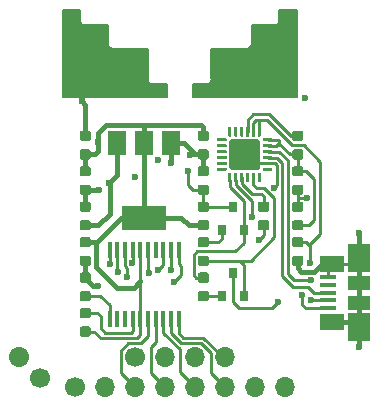
<source format=gtl>
G04 #@! TF.GenerationSoftware,KiCad,Pcbnew,5.0.2+dfsg1-1*
G04 #@! TF.CreationDate,2020-07-05T13:54:42+02:00*
G04 #@! TF.ProjectId,edgedriver,65646765-6472-4697-9665-722e6b696361,rev?*
G04 #@! TF.SameCoordinates,Original*
G04 #@! TF.FileFunction,Copper,L1,Top*
G04 #@! TF.FilePolarity,Positive*
%FSLAX46Y46*%
G04 Gerber Fmt 4.6, Leading zero omitted, Abs format (unit mm)*
G04 Created by KiCad (PCBNEW 5.0.2+dfsg1-1) date Sun Jul  5 13:54:42 2020*
%MOMM*%
%LPD*%
G01*
G04 APERTURE LIST*
G04 #@! TA.AperFunction,SMDPad,CuDef*
%ADD10R,1.380000X0.450000*%
G04 #@! TD*
G04 #@! TA.AperFunction,SMDPad,CuDef*
%ADD11R,2.100000X1.475000*%
G04 #@! TD*
G04 #@! TA.AperFunction,SMDPad,CuDef*
%ADD12R,1.900000X2.375000*%
G04 #@! TD*
G04 #@! TA.AperFunction,SMDPad,CuDef*
%ADD13R,1.900000X1.175000*%
G04 #@! TD*
G04 #@! TA.AperFunction,SMDPad,CuDef*
%ADD14R,0.800000X0.900000*%
G04 #@! TD*
G04 #@! TA.AperFunction,Conductor*
%ADD15C,0.100000*%
G04 #@! TD*
G04 #@! TA.AperFunction,SMDPad,CuDef*
%ADD16C,0.875000*%
G04 #@! TD*
G04 #@! TA.AperFunction,ComponentPad*
%ADD17C,1.700000*%
G04 #@! TD*
G04 #@! TA.AperFunction,Conductor*
%ADD18C,1.700000*%
G04 #@! TD*
G04 #@! TA.AperFunction,ComponentPad*
%ADD19O,1.700000X1.700000*%
G04 #@! TD*
G04 #@! TA.AperFunction,SMDPad,CuDef*
%ADD20R,3.800000X2.000000*%
G04 #@! TD*
G04 #@! TA.AperFunction,SMDPad,CuDef*
%ADD21R,1.500000X2.000000*%
G04 #@! TD*
G04 #@! TA.AperFunction,SMDPad,CuDef*
%ADD22R,0.450000X1.450000*%
G04 #@! TD*
G04 #@! TA.AperFunction,SMDPad,CuDef*
%ADD23C,2.600000*%
G04 #@! TD*
G04 #@! TA.AperFunction,SMDPad,CuDef*
%ADD24C,0.250000*%
G04 #@! TD*
G04 #@! TA.AperFunction,ViaPad*
%ADD25C,0.600000*%
G04 #@! TD*
G04 #@! TA.AperFunction,Conductor*
%ADD26C,0.250000*%
G04 #@! TD*
G04 #@! TA.AperFunction,Conductor*
%ADD27C,0.400000*%
G04 #@! TD*
G04 #@! TA.AperFunction,Conductor*
%ADD28C,0.200000*%
G04 #@! TD*
G04 APERTURE END LIST*
D10*
G04 #@! TO.P,J2,1*
G04 #@! TO.N,Net-(C1-Pad1)*
X12540000Y6700000D03*
G04 #@! TO.P,J2,2*
G04 #@! TO.N,Net-(J2-Pad2)*
X12540000Y7350000D03*
G04 #@! TO.P,J2,3*
G04 #@! TO.N,Net-(J2-Pad3)*
X12540000Y8000000D03*
G04 #@! TO.P,J2,4*
G04 #@! TO.N,Net-(J2-Pad4)*
X12540000Y8650000D03*
G04 #@! TO.P,J2,5*
G04 #@! TO.N,GND*
X12540000Y9300000D03*
D11*
G04 #@! TO.P,J2,6*
X12900000Y5537500D03*
X12900000Y10462500D03*
D12*
X15200000Y5090000D03*
X15200000Y10910000D03*
D13*
X15200000Y7160000D03*
X15200000Y8840000D03*
G04 #@! TD*
D14*
G04 #@! TO.P,Q2,1*
G04 #@! TO.N,Net-(Q2-Pad1)*
X3550000Y7700000D03*
G04 #@! TO.P,Q2,2*
G04 #@! TO.N,Net-(Q2-Pad2)*
X5450000Y7700000D03*
G04 #@! TO.P,Q2,3*
G04 #@! TO.N,ESPRST*
X4500000Y9700000D03*
G04 #@! TD*
G04 #@! TO.P,Q1,3*
G04 #@! TO.N,ESPEN*
X4500000Y15300000D03*
G04 #@! TO.P,Q1,2*
G04 #@! TO.N,Net-(Q1-Pad2)*
X5450000Y13300000D03*
G04 #@! TO.P,Q1,1*
G04 #@! TO.N,Net-(Q1-Pad1)*
X3550000Y13300000D03*
G04 #@! TD*
D15*
G04 #@! TO.N,GND*
G04 #@! TO.C,C9*
G36*
X-7722309Y21723947D02*
X-7701074Y21720797D01*
X-7680250Y21715581D01*
X-7660038Y21708349D01*
X-7640632Y21699170D01*
X-7622219Y21688134D01*
X-7604976Y21675346D01*
X-7589070Y21660930D01*
X-7574654Y21645024D01*
X-7561866Y21627781D01*
X-7550830Y21609368D01*
X-7541651Y21589962D01*
X-7534419Y21569750D01*
X-7529203Y21548926D01*
X-7526053Y21527691D01*
X-7525000Y21506250D01*
X-7525000Y21068750D01*
X-7526053Y21047309D01*
X-7529203Y21026074D01*
X-7534419Y21005250D01*
X-7541651Y20985038D01*
X-7550830Y20965632D01*
X-7561866Y20947219D01*
X-7574654Y20929976D01*
X-7589070Y20914070D01*
X-7604976Y20899654D01*
X-7622219Y20886866D01*
X-7640632Y20875830D01*
X-7660038Y20866651D01*
X-7680250Y20859419D01*
X-7701074Y20854203D01*
X-7722309Y20851053D01*
X-7743750Y20850000D01*
X-8256250Y20850000D01*
X-8277691Y20851053D01*
X-8298926Y20854203D01*
X-8319750Y20859419D01*
X-8339962Y20866651D01*
X-8359368Y20875830D01*
X-8377781Y20886866D01*
X-8395024Y20899654D01*
X-8410930Y20914070D01*
X-8425346Y20929976D01*
X-8438134Y20947219D01*
X-8449170Y20965632D01*
X-8458349Y20985038D01*
X-8465581Y21005250D01*
X-8470797Y21026074D01*
X-8473947Y21047309D01*
X-8475000Y21068750D01*
X-8475000Y21506250D01*
X-8473947Y21527691D01*
X-8470797Y21548926D01*
X-8465581Y21569750D01*
X-8458349Y21589962D01*
X-8449170Y21609368D01*
X-8438134Y21627781D01*
X-8425346Y21645024D01*
X-8410930Y21660930D01*
X-8395024Y21675346D01*
X-8377781Y21688134D01*
X-8359368Y21699170D01*
X-8339962Y21708349D01*
X-8319750Y21715581D01*
X-8298926Y21720797D01*
X-8277691Y21723947D01*
X-8256250Y21725000D01*
X-7743750Y21725000D01*
X-7722309Y21723947D01*
X-7722309Y21723947D01*
G37*
D16*
G04 #@! TD*
G04 #@! TO.P,C9,2*
G04 #@! TO.N,GND*
X-8000000Y21287500D03*
D15*
G04 #@! TO.N,3V3*
G04 #@! TO.C,C9*
G36*
X-7722309Y20148947D02*
X-7701074Y20145797D01*
X-7680250Y20140581D01*
X-7660038Y20133349D01*
X-7640632Y20124170D01*
X-7622219Y20113134D01*
X-7604976Y20100346D01*
X-7589070Y20085930D01*
X-7574654Y20070024D01*
X-7561866Y20052781D01*
X-7550830Y20034368D01*
X-7541651Y20014962D01*
X-7534419Y19994750D01*
X-7529203Y19973926D01*
X-7526053Y19952691D01*
X-7525000Y19931250D01*
X-7525000Y19493750D01*
X-7526053Y19472309D01*
X-7529203Y19451074D01*
X-7534419Y19430250D01*
X-7541651Y19410038D01*
X-7550830Y19390632D01*
X-7561866Y19372219D01*
X-7574654Y19354976D01*
X-7589070Y19339070D01*
X-7604976Y19324654D01*
X-7622219Y19311866D01*
X-7640632Y19300830D01*
X-7660038Y19291651D01*
X-7680250Y19284419D01*
X-7701074Y19279203D01*
X-7722309Y19276053D01*
X-7743750Y19275000D01*
X-8256250Y19275000D01*
X-8277691Y19276053D01*
X-8298926Y19279203D01*
X-8319750Y19284419D01*
X-8339962Y19291651D01*
X-8359368Y19300830D01*
X-8377781Y19311866D01*
X-8395024Y19324654D01*
X-8410930Y19339070D01*
X-8425346Y19354976D01*
X-8438134Y19372219D01*
X-8449170Y19390632D01*
X-8458349Y19410038D01*
X-8465581Y19430250D01*
X-8470797Y19451074D01*
X-8473947Y19472309D01*
X-8475000Y19493750D01*
X-8475000Y19931250D01*
X-8473947Y19952691D01*
X-8470797Y19973926D01*
X-8465581Y19994750D01*
X-8458349Y20014962D01*
X-8449170Y20034368D01*
X-8438134Y20052781D01*
X-8425346Y20070024D01*
X-8410930Y20085930D01*
X-8395024Y20100346D01*
X-8377781Y20113134D01*
X-8359368Y20124170D01*
X-8339962Y20133349D01*
X-8319750Y20140581D01*
X-8298926Y20145797D01*
X-8277691Y20148947D01*
X-8256250Y20150000D01*
X-7743750Y20150000D01*
X-7722309Y20148947D01*
X-7722309Y20148947D01*
G37*
D16*
G04 #@! TD*
G04 #@! TO.P,C9,1*
G04 #@! TO.N,3V3*
X-8000000Y19712500D03*
D17*
G04 #@! TO.P,J4,1*
G04 #@! TO.N,SWDIO*
X-11800000Y800000D03*
G04 #@! TO.P,J4,2*
G04 #@! TO.N,SWDCLK*
X-13596051Y2596051D03*
D18*
G04 #@! TD*
G04 #@! TO.N,SWDCLK*
G04 #@! TO.C,J4*
X-13596051Y2596051D02*
X-13596051Y2596051D01*
D15*
G04 #@! TO.N,Net-(C1-Pad1)*
G04 #@! TO.C,C1*
G36*
X10277691Y12723947D02*
X10298926Y12720797D01*
X10319750Y12715581D01*
X10339962Y12708349D01*
X10359368Y12699170D01*
X10377781Y12688134D01*
X10395024Y12675346D01*
X10410930Y12660930D01*
X10425346Y12645024D01*
X10438134Y12627781D01*
X10449170Y12609368D01*
X10458349Y12589962D01*
X10465581Y12569750D01*
X10470797Y12548926D01*
X10473947Y12527691D01*
X10475000Y12506250D01*
X10475000Y12068750D01*
X10473947Y12047309D01*
X10470797Y12026074D01*
X10465581Y12005250D01*
X10458349Y11985038D01*
X10449170Y11965632D01*
X10438134Y11947219D01*
X10425346Y11929976D01*
X10410930Y11914070D01*
X10395024Y11899654D01*
X10377781Y11886866D01*
X10359368Y11875830D01*
X10339962Y11866651D01*
X10319750Y11859419D01*
X10298926Y11854203D01*
X10277691Y11851053D01*
X10256250Y11850000D01*
X9743750Y11850000D01*
X9722309Y11851053D01*
X9701074Y11854203D01*
X9680250Y11859419D01*
X9660038Y11866651D01*
X9640632Y11875830D01*
X9622219Y11886866D01*
X9604976Y11899654D01*
X9589070Y11914070D01*
X9574654Y11929976D01*
X9561866Y11947219D01*
X9550830Y11965632D01*
X9541651Y11985038D01*
X9534419Y12005250D01*
X9529203Y12026074D01*
X9526053Y12047309D01*
X9525000Y12068750D01*
X9525000Y12506250D01*
X9526053Y12527691D01*
X9529203Y12548926D01*
X9534419Y12569750D01*
X9541651Y12589962D01*
X9550830Y12609368D01*
X9561866Y12627781D01*
X9574654Y12645024D01*
X9589070Y12660930D01*
X9604976Y12675346D01*
X9622219Y12688134D01*
X9640632Y12699170D01*
X9660038Y12708349D01*
X9680250Y12715581D01*
X9701074Y12720797D01*
X9722309Y12723947D01*
X9743750Y12725000D01*
X10256250Y12725000D01*
X10277691Y12723947D01*
X10277691Y12723947D01*
G37*
D16*
G04 #@! TD*
G04 #@! TO.P,C1,1*
G04 #@! TO.N,Net-(C1-Pad1)*
X10000000Y12287500D03*
D15*
G04 #@! TO.N,GND*
G04 #@! TO.C,C1*
G36*
X10277691Y11148947D02*
X10298926Y11145797D01*
X10319750Y11140581D01*
X10339962Y11133349D01*
X10359368Y11124170D01*
X10377781Y11113134D01*
X10395024Y11100346D01*
X10410930Y11085930D01*
X10425346Y11070024D01*
X10438134Y11052781D01*
X10449170Y11034368D01*
X10458349Y11014962D01*
X10465581Y10994750D01*
X10470797Y10973926D01*
X10473947Y10952691D01*
X10475000Y10931250D01*
X10475000Y10493750D01*
X10473947Y10472309D01*
X10470797Y10451074D01*
X10465581Y10430250D01*
X10458349Y10410038D01*
X10449170Y10390632D01*
X10438134Y10372219D01*
X10425346Y10354976D01*
X10410930Y10339070D01*
X10395024Y10324654D01*
X10377781Y10311866D01*
X10359368Y10300830D01*
X10339962Y10291651D01*
X10319750Y10284419D01*
X10298926Y10279203D01*
X10277691Y10276053D01*
X10256250Y10275000D01*
X9743750Y10275000D01*
X9722309Y10276053D01*
X9701074Y10279203D01*
X9680250Y10284419D01*
X9660038Y10291651D01*
X9640632Y10300830D01*
X9622219Y10311866D01*
X9604976Y10324654D01*
X9589070Y10339070D01*
X9574654Y10354976D01*
X9561866Y10372219D01*
X9550830Y10390632D01*
X9541651Y10410038D01*
X9534419Y10430250D01*
X9529203Y10451074D01*
X9526053Y10472309D01*
X9525000Y10493750D01*
X9525000Y10931250D01*
X9526053Y10952691D01*
X9529203Y10973926D01*
X9534419Y10994750D01*
X9541651Y11014962D01*
X9550830Y11034368D01*
X9561866Y11052781D01*
X9574654Y11070024D01*
X9589070Y11085930D01*
X9604976Y11100346D01*
X9622219Y11113134D01*
X9640632Y11124170D01*
X9660038Y11133349D01*
X9680250Y11140581D01*
X9701074Y11145797D01*
X9722309Y11148947D01*
X9743750Y11150000D01*
X10256250Y11150000D01*
X10277691Y11148947D01*
X10277691Y11148947D01*
G37*
D16*
G04 #@! TD*
G04 #@! TO.P,C1,2*
G04 #@! TO.N,GND*
X10000000Y10712500D03*
D15*
G04 #@! TO.N,VIO*
G04 #@! TO.C,C6*
G36*
X10277691Y18723947D02*
X10298926Y18720797D01*
X10319750Y18715581D01*
X10339962Y18708349D01*
X10359368Y18699170D01*
X10377781Y18688134D01*
X10395024Y18675346D01*
X10410930Y18660930D01*
X10425346Y18645024D01*
X10438134Y18627781D01*
X10449170Y18609368D01*
X10458349Y18589962D01*
X10465581Y18569750D01*
X10470797Y18548926D01*
X10473947Y18527691D01*
X10475000Y18506250D01*
X10475000Y18068750D01*
X10473947Y18047309D01*
X10470797Y18026074D01*
X10465581Y18005250D01*
X10458349Y17985038D01*
X10449170Y17965632D01*
X10438134Y17947219D01*
X10425346Y17929976D01*
X10410930Y17914070D01*
X10395024Y17899654D01*
X10377781Y17886866D01*
X10359368Y17875830D01*
X10339962Y17866651D01*
X10319750Y17859419D01*
X10298926Y17854203D01*
X10277691Y17851053D01*
X10256250Y17850000D01*
X9743750Y17850000D01*
X9722309Y17851053D01*
X9701074Y17854203D01*
X9680250Y17859419D01*
X9660038Y17866651D01*
X9640632Y17875830D01*
X9622219Y17886866D01*
X9604976Y17899654D01*
X9589070Y17914070D01*
X9574654Y17929976D01*
X9561866Y17947219D01*
X9550830Y17965632D01*
X9541651Y17985038D01*
X9534419Y18005250D01*
X9529203Y18026074D01*
X9526053Y18047309D01*
X9525000Y18068750D01*
X9525000Y18506250D01*
X9526053Y18527691D01*
X9529203Y18548926D01*
X9534419Y18569750D01*
X9541651Y18589962D01*
X9550830Y18609368D01*
X9561866Y18627781D01*
X9574654Y18645024D01*
X9589070Y18660930D01*
X9604976Y18675346D01*
X9622219Y18688134D01*
X9640632Y18699170D01*
X9660038Y18708349D01*
X9680250Y18715581D01*
X9701074Y18720797D01*
X9722309Y18723947D01*
X9743750Y18725000D01*
X10256250Y18725000D01*
X10277691Y18723947D01*
X10277691Y18723947D01*
G37*
D16*
G04 #@! TD*
G04 #@! TO.P,C6,1*
G04 #@! TO.N,VIO*
X10000000Y18287500D03*
D15*
G04 #@! TO.N,GND*
G04 #@! TO.C,C6*
G36*
X10277691Y17148947D02*
X10298926Y17145797D01*
X10319750Y17140581D01*
X10339962Y17133349D01*
X10359368Y17124170D01*
X10377781Y17113134D01*
X10395024Y17100346D01*
X10410930Y17085930D01*
X10425346Y17070024D01*
X10438134Y17052781D01*
X10449170Y17034368D01*
X10458349Y17014962D01*
X10465581Y16994750D01*
X10470797Y16973926D01*
X10473947Y16952691D01*
X10475000Y16931250D01*
X10475000Y16493750D01*
X10473947Y16472309D01*
X10470797Y16451074D01*
X10465581Y16430250D01*
X10458349Y16410038D01*
X10449170Y16390632D01*
X10438134Y16372219D01*
X10425346Y16354976D01*
X10410930Y16339070D01*
X10395024Y16324654D01*
X10377781Y16311866D01*
X10359368Y16300830D01*
X10339962Y16291651D01*
X10319750Y16284419D01*
X10298926Y16279203D01*
X10277691Y16276053D01*
X10256250Y16275000D01*
X9743750Y16275000D01*
X9722309Y16276053D01*
X9701074Y16279203D01*
X9680250Y16284419D01*
X9660038Y16291651D01*
X9640632Y16300830D01*
X9622219Y16311866D01*
X9604976Y16324654D01*
X9589070Y16339070D01*
X9574654Y16354976D01*
X9561866Y16372219D01*
X9550830Y16390632D01*
X9541651Y16410038D01*
X9534419Y16430250D01*
X9529203Y16451074D01*
X9526053Y16472309D01*
X9525000Y16493750D01*
X9525000Y16931250D01*
X9526053Y16952691D01*
X9529203Y16973926D01*
X9534419Y16994750D01*
X9541651Y17014962D01*
X9550830Y17034368D01*
X9561866Y17052781D01*
X9574654Y17070024D01*
X9589070Y17085930D01*
X9604976Y17100346D01*
X9622219Y17113134D01*
X9640632Y17124170D01*
X9660038Y17133349D01*
X9680250Y17140581D01*
X9701074Y17145797D01*
X9722309Y17148947D01*
X9743750Y17150000D01*
X10256250Y17150000D01*
X10277691Y17148947D01*
X10277691Y17148947D01*
G37*
D16*
G04 #@! TD*
G04 #@! TO.P,C6,2*
G04 #@! TO.N,GND*
X10000000Y16712500D03*
D15*
G04 #@! TO.N,+5V*
G04 #@! TO.C,C2*
G36*
X-7722309Y14148947D02*
X-7701074Y14145797D01*
X-7680250Y14140581D01*
X-7660038Y14133349D01*
X-7640632Y14124170D01*
X-7622219Y14113134D01*
X-7604976Y14100346D01*
X-7589070Y14085930D01*
X-7574654Y14070024D01*
X-7561866Y14052781D01*
X-7550830Y14034368D01*
X-7541651Y14014962D01*
X-7534419Y13994750D01*
X-7529203Y13973926D01*
X-7526053Y13952691D01*
X-7525000Y13931250D01*
X-7525000Y13493750D01*
X-7526053Y13472309D01*
X-7529203Y13451074D01*
X-7534419Y13430250D01*
X-7541651Y13410038D01*
X-7550830Y13390632D01*
X-7561866Y13372219D01*
X-7574654Y13354976D01*
X-7589070Y13339070D01*
X-7604976Y13324654D01*
X-7622219Y13311866D01*
X-7640632Y13300830D01*
X-7660038Y13291651D01*
X-7680250Y13284419D01*
X-7701074Y13279203D01*
X-7722309Y13276053D01*
X-7743750Y13275000D01*
X-8256250Y13275000D01*
X-8277691Y13276053D01*
X-8298926Y13279203D01*
X-8319750Y13284419D01*
X-8339962Y13291651D01*
X-8359368Y13300830D01*
X-8377781Y13311866D01*
X-8395024Y13324654D01*
X-8410930Y13339070D01*
X-8425346Y13354976D01*
X-8438134Y13372219D01*
X-8449170Y13390632D01*
X-8458349Y13410038D01*
X-8465581Y13430250D01*
X-8470797Y13451074D01*
X-8473947Y13472309D01*
X-8475000Y13493750D01*
X-8475000Y13931250D01*
X-8473947Y13952691D01*
X-8470797Y13973926D01*
X-8465581Y13994750D01*
X-8458349Y14014962D01*
X-8449170Y14034368D01*
X-8438134Y14052781D01*
X-8425346Y14070024D01*
X-8410930Y14085930D01*
X-8395024Y14100346D01*
X-8377781Y14113134D01*
X-8359368Y14124170D01*
X-8339962Y14133349D01*
X-8319750Y14140581D01*
X-8298926Y14145797D01*
X-8277691Y14148947D01*
X-8256250Y14150000D01*
X-7743750Y14150000D01*
X-7722309Y14148947D01*
X-7722309Y14148947D01*
G37*
D16*
G04 #@! TD*
G04 #@! TO.P,C2,1*
G04 #@! TO.N,+5V*
X-8000000Y13712500D03*
D15*
G04 #@! TO.N,GND*
G04 #@! TO.C,C2*
G36*
X-7722309Y15723947D02*
X-7701074Y15720797D01*
X-7680250Y15715581D01*
X-7660038Y15708349D01*
X-7640632Y15699170D01*
X-7622219Y15688134D01*
X-7604976Y15675346D01*
X-7589070Y15660930D01*
X-7574654Y15645024D01*
X-7561866Y15627781D01*
X-7550830Y15609368D01*
X-7541651Y15589962D01*
X-7534419Y15569750D01*
X-7529203Y15548926D01*
X-7526053Y15527691D01*
X-7525000Y15506250D01*
X-7525000Y15068750D01*
X-7526053Y15047309D01*
X-7529203Y15026074D01*
X-7534419Y15005250D01*
X-7541651Y14985038D01*
X-7550830Y14965632D01*
X-7561866Y14947219D01*
X-7574654Y14929976D01*
X-7589070Y14914070D01*
X-7604976Y14899654D01*
X-7622219Y14886866D01*
X-7640632Y14875830D01*
X-7660038Y14866651D01*
X-7680250Y14859419D01*
X-7701074Y14854203D01*
X-7722309Y14851053D01*
X-7743750Y14850000D01*
X-8256250Y14850000D01*
X-8277691Y14851053D01*
X-8298926Y14854203D01*
X-8319750Y14859419D01*
X-8339962Y14866651D01*
X-8359368Y14875830D01*
X-8377781Y14886866D01*
X-8395024Y14899654D01*
X-8410930Y14914070D01*
X-8425346Y14929976D01*
X-8438134Y14947219D01*
X-8449170Y14965632D01*
X-8458349Y14985038D01*
X-8465581Y15005250D01*
X-8470797Y15026074D01*
X-8473947Y15047309D01*
X-8475000Y15068750D01*
X-8475000Y15506250D01*
X-8473947Y15527691D01*
X-8470797Y15548926D01*
X-8465581Y15569750D01*
X-8458349Y15589962D01*
X-8449170Y15609368D01*
X-8438134Y15627781D01*
X-8425346Y15645024D01*
X-8410930Y15660930D01*
X-8395024Y15675346D01*
X-8377781Y15688134D01*
X-8359368Y15699170D01*
X-8339962Y15708349D01*
X-8319750Y15715581D01*
X-8298926Y15720797D01*
X-8277691Y15723947D01*
X-8256250Y15725000D01*
X-7743750Y15725000D01*
X-7722309Y15723947D01*
X-7722309Y15723947D01*
G37*
D16*
G04 #@! TD*
G04 #@! TO.P,C2,2*
G04 #@! TO.N,GND*
X-8000000Y15287500D03*
D15*
G04 #@! TO.N,VIO*
G04 #@! TO.C,C3*
G36*
X10277691Y14148947D02*
X10298926Y14145797D01*
X10319750Y14140581D01*
X10339962Y14133349D01*
X10359368Y14124170D01*
X10377781Y14113134D01*
X10395024Y14100346D01*
X10410930Y14085930D01*
X10425346Y14070024D01*
X10438134Y14052781D01*
X10449170Y14034368D01*
X10458349Y14014962D01*
X10465581Y13994750D01*
X10470797Y13973926D01*
X10473947Y13952691D01*
X10475000Y13931250D01*
X10475000Y13493750D01*
X10473947Y13472309D01*
X10470797Y13451074D01*
X10465581Y13430250D01*
X10458349Y13410038D01*
X10449170Y13390632D01*
X10438134Y13372219D01*
X10425346Y13354976D01*
X10410930Y13339070D01*
X10395024Y13324654D01*
X10377781Y13311866D01*
X10359368Y13300830D01*
X10339962Y13291651D01*
X10319750Y13284419D01*
X10298926Y13279203D01*
X10277691Y13276053D01*
X10256250Y13275000D01*
X9743750Y13275000D01*
X9722309Y13276053D01*
X9701074Y13279203D01*
X9680250Y13284419D01*
X9660038Y13291651D01*
X9640632Y13300830D01*
X9622219Y13311866D01*
X9604976Y13324654D01*
X9589070Y13339070D01*
X9574654Y13354976D01*
X9561866Y13372219D01*
X9550830Y13390632D01*
X9541651Y13410038D01*
X9534419Y13430250D01*
X9529203Y13451074D01*
X9526053Y13472309D01*
X9525000Y13493750D01*
X9525000Y13931250D01*
X9526053Y13952691D01*
X9529203Y13973926D01*
X9534419Y13994750D01*
X9541651Y14014962D01*
X9550830Y14034368D01*
X9561866Y14052781D01*
X9574654Y14070024D01*
X9589070Y14085930D01*
X9604976Y14100346D01*
X9622219Y14113134D01*
X9640632Y14124170D01*
X9660038Y14133349D01*
X9680250Y14140581D01*
X9701074Y14145797D01*
X9722309Y14148947D01*
X9743750Y14150000D01*
X10256250Y14150000D01*
X10277691Y14148947D01*
X10277691Y14148947D01*
G37*
D16*
G04 #@! TD*
G04 #@! TO.P,C3,1*
G04 #@! TO.N,VIO*
X10000000Y13712500D03*
D15*
G04 #@! TO.N,GND*
G04 #@! TO.C,C3*
G36*
X10277691Y15723947D02*
X10298926Y15720797D01*
X10319750Y15715581D01*
X10339962Y15708349D01*
X10359368Y15699170D01*
X10377781Y15688134D01*
X10395024Y15675346D01*
X10410930Y15660930D01*
X10425346Y15645024D01*
X10438134Y15627781D01*
X10449170Y15609368D01*
X10458349Y15589962D01*
X10465581Y15569750D01*
X10470797Y15548926D01*
X10473947Y15527691D01*
X10475000Y15506250D01*
X10475000Y15068750D01*
X10473947Y15047309D01*
X10470797Y15026074D01*
X10465581Y15005250D01*
X10458349Y14985038D01*
X10449170Y14965632D01*
X10438134Y14947219D01*
X10425346Y14929976D01*
X10410930Y14914070D01*
X10395024Y14899654D01*
X10377781Y14886866D01*
X10359368Y14875830D01*
X10339962Y14866651D01*
X10319750Y14859419D01*
X10298926Y14854203D01*
X10277691Y14851053D01*
X10256250Y14850000D01*
X9743750Y14850000D01*
X9722309Y14851053D01*
X9701074Y14854203D01*
X9680250Y14859419D01*
X9660038Y14866651D01*
X9640632Y14875830D01*
X9622219Y14886866D01*
X9604976Y14899654D01*
X9589070Y14914070D01*
X9574654Y14929976D01*
X9561866Y14947219D01*
X9550830Y14965632D01*
X9541651Y14985038D01*
X9534419Y15005250D01*
X9529203Y15026074D01*
X9526053Y15047309D01*
X9525000Y15068750D01*
X9525000Y15506250D01*
X9526053Y15527691D01*
X9529203Y15548926D01*
X9534419Y15569750D01*
X9541651Y15589962D01*
X9550830Y15609368D01*
X9561866Y15627781D01*
X9574654Y15645024D01*
X9589070Y15660930D01*
X9604976Y15675346D01*
X9622219Y15688134D01*
X9640632Y15699170D01*
X9660038Y15708349D01*
X9680250Y15715581D01*
X9701074Y15720797D01*
X9722309Y15723947D01*
X9743750Y15725000D01*
X10256250Y15725000D01*
X10277691Y15723947D01*
X10277691Y15723947D01*
G37*
D16*
G04 #@! TD*
G04 #@! TO.P,C3,2*
G04 #@! TO.N,GND*
X10000000Y15287500D03*
D15*
G04 #@! TO.N,3V3*
G04 #@! TO.C,C4*
G36*
X2277691Y21723947D02*
X2298926Y21720797D01*
X2319750Y21715581D01*
X2339962Y21708349D01*
X2359368Y21699170D01*
X2377781Y21688134D01*
X2395024Y21675346D01*
X2410930Y21660930D01*
X2425346Y21645024D01*
X2438134Y21627781D01*
X2449170Y21609368D01*
X2458349Y21589962D01*
X2465581Y21569750D01*
X2470797Y21548926D01*
X2473947Y21527691D01*
X2475000Y21506250D01*
X2475000Y21068750D01*
X2473947Y21047309D01*
X2470797Y21026074D01*
X2465581Y21005250D01*
X2458349Y20985038D01*
X2449170Y20965632D01*
X2438134Y20947219D01*
X2425346Y20929976D01*
X2410930Y20914070D01*
X2395024Y20899654D01*
X2377781Y20886866D01*
X2359368Y20875830D01*
X2339962Y20866651D01*
X2319750Y20859419D01*
X2298926Y20854203D01*
X2277691Y20851053D01*
X2256250Y20850000D01*
X1743750Y20850000D01*
X1722309Y20851053D01*
X1701074Y20854203D01*
X1680250Y20859419D01*
X1660038Y20866651D01*
X1640632Y20875830D01*
X1622219Y20886866D01*
X1604976Y20899654D01*
X1589070Y20914070D01*
X1574654Y20929976D01*
X1561866Y20947219D01*
X1550830Y20965632D01*
X1541651Y20985038D01*
X1534419Y21005250D01*
X1529203Y21026074D01*
X1526053Y21047309D01*
X1525000Y21068750D01*
X1525000Y21506250D01*
X1526053Y21527691D01*
X1529203Y21548926D01*
X1534419Y21569750D01*
X1541651Y21589962D01*
X1550830Y21609368D01*
X1561866Y21627781D01*
X1574654Y21645024D01*
X1589070Y21660930D01*
X1604976Y21675346D01*
X1622219Y21688134D01*
X1640632Y21699170D01*
X1660038Y21708349D01*
X1680250Y21715581D01*
X1701074Y21720797D01*
X1722309Y21723947D01*
X1743750Y21725000D01*
X2256250Y21725000D01*
X2277691Y21723947D01*
X2277691Y21723947D01*
G37*
D16*
G04 #@! TD*
G04 #@! TO.P,C4,1*
G04 #@! TO.N,3V3*
X2000000Y21287500D03*
D15*
G04 #@! TO.N,GND*
G04 #@! TO.C,C4*
G36*
X2277691Y20148947D02*
X2298926Y20145797D01*
X2319750Y20140581D01*
X2339962Y20133349D01*
X2359368Y20124170D01*
X2377781Y20113134D01*
X2395024Y20100346D01*
X2410930Y20085930D01*
X2425346Y20070024D01*
X2438134Y20052781D01*
X2449170Y20034368D01*
X2458349Y20014962D01*
X2465581Y19994750D01*
X2470797Y19973926D01*
X2473947Y19952691D01*
X2475000Y19931250D01*
X2475000Y19493750D01*
X2473947Y19472309D01*
X2470797Y19451074D01*
X2465581Y19430250D01*
X2458349Y19410038D01*
X2449170Y19390632D01*
X2438134Y19372219D01*
X2425346Y19354976D01*
X2410930Y19339070D01*
X2395024Y19324654D01*
X2377781Y19311866D01*
X2359368Y19300830D01*
X2339962Y19291651D01*
X2319750Y19284419D01*
X2298926Y19279203D01*
X2277691Y19276053D01*
X2256250Y19275000D01*
X1743750Y19275000D01*
X1722309Y19276053D01*
X1701074Y19279203D01*
X1680250Y19284419D01*
X1660038Y19291651D01*
X1640632Y19300830D01*
X1622219Y19311866D01*
X1604976Y19324654D01*
X1589070Y19339070D01*
X1574654Y19354976D01*
X1561866Y19372219D01*
X1550830Y19390632D01*
X1541651Y19410038D01*
X1534419Y19430250D01*
X1529203Y19451074D01*
X1526053Y19472309D01*
X1525000Y19493750D01*
X1525000Y19931250D01*
X1526053Y19952691D01*
X1529203Y19973926D01*
X1534419Y19994750D01*
X1541651Y20014962D01*
X1550830Y20034368D01*
X1561866Y20052781D01*
X1574654Y20070024D01*
X1589070Y20085930D01*
X1604976Y20100346D01*
X1622219Y20113134D01*
X1640632Y20124170D01*
X1660038Y20133349D01*
X1680250Y20140581D01*
X1701074Y20145797D01*
X1722309Y20148947D01*
X1743750Y20150000D01*
X2256250Y20150000D01*
X2277691Y20148947D01*
X2277691Y20148947D01*
G37*
D16*
G04 #@! TD*
G04 #@! TO.P,C4,2*
G04 #@! TO.N,GND*
X2000000Y19712500D03*
D15*
G04 #@! TO.N,3V3*
G04 #@! TO.C,C5*
G36*
X-7722309Y18723947D02*
X-7701074Y18720797D01*
X-7680250Y18715581D01*
X-7660038Y18708349D01*
X-7640632Y18699170D01*
X-7622219Y18688134D01*
X-7604976Y18675346D01*
X-7589070Y18660930D01*
X-7574654Y18645024D01*
X-7561866Y18627781D01*
X-7550830Y18609368D01*
X-7541651Y18589962D01*
X-7534419Y18569750D01*
X-7529203Y18548926D01*
X-7526053Y18527691D01*
X-7525000Y18506250D01*
X-7525000Y18068750D01*
X-7526053Y18047309D01*
X-7529203Y18026074D01*
X-7534419Y18005250D01*
X-7541651Y17985038D01*
X-7550830Y17965632D01*
X-7561866Y17947219D01*
X-7574654Y17929976D01*
X-7589070Y17914070D01*
X-7604976Y17899654D01*
X-7622219Y17886866D01*
X-7640632Y17875830D01*
X-7660038Y17866651D01*
X-7680250Y17859419D01*
X-7701074Y17854203D01*
X-7722309Y17851053D01*
X-7743750Y17850000D01*
X-8256250Y17850000D01*
X-8277691Y17851053D01*
X-8298926Y17854203D01*
X-8319750Y17859419D01*
X-8339962Y17866651D01*
X-8359368Y17875830D01*
X-8377781Y17886866D01*
X-8395024Y17899654D01*
X-8410930Y17914070D01*
X-8425346Y17929976D01*
X-8438134Y17947219D01*
X-8449170Y17965632D01*
X-8458349Y17985038D01*
X-8465581Y18005250D01*
X-8470797Y18026074D01*
X-8473947Y18047309D01*
X-8475000Y18068750D01*
X-8475000Y18506250D01*
X-8473947Y18527691D01*
X-8470797Y18548926D01*
X-8465581Y18569750D01*
X-8458349Y18589962D01*
X-8449170Y18609368D01*
X-8438134Y18627781D01*
X-8425346Y18645024D01*
X-8410930Y18660930D01*
X-8395024Y18675346D01*
X-8377781Y18688134D01*
X-8359368Y18699170D01*
X-8339962Y18708349D01*
X-8319750Y18715581D01*
X-8298926Y18720797D01*
X-8277691Y18723947D01*
X-8256250Y18725000D01*
X-7743750Y18725000D01*
X-7722309Y18723947D01*
X-7722309Y18723947D01*
G37*
D16*
G04 #@! TD*
G04 #@! TO.P,C5,1*
G04 #@! TO.N,3V3*
X-8000000Y18287500D03*
D15*
G04 #@! TO.N,GND*
G04 #@! TO.C,C5*
G36*
X-7722309Y17148947D02*
X-7701074Y17145797D01*
X-7680250Y17140581D01*
X-7660038Y17133349D01*
X-7640632Y17124170D01*
X-7622219Y17113134D01*
X-7604976Y17100346D01*
X-7589070Y17085930D01*
X-7574654Y17070024D01*
X-7561866Y17052781D01*
X-7550830Y17034368D01*
X-7541651Y17014962D01*
X-7534419Y16994750D01*
X-7529203Y16973926D01*
X-7526053Y16952691D01*
X-7525000Y16931250D01*
X-7525000Y16493750D01*
X-7526053Y16472309D01*
X-7529203Y16451074D01*
X-7534419Y16430250D01*
X-7541651Y16410038D01*
X-7550830Y16390632D01*
X-7561866Y16372219D01*
X-7574654Y16354976D01*
X-7589070Y16339070D01*
X-7604976Y16324654D01*
X-7622219Y16311866D01*
X-7640632Y16300830D01*
X-7660038Y16291651D01*
X-7680250Y16284419D01*
X-7701074Y16279203D01*
X-7722309Y16276053D01*
X-7743750Y16275000D01*
X-8256250Y16275000D01*
X-8277691Y16276053D01*
X-8298926Y16279203D01*
X-8319750Y16284419D01*
X-8339962Y16291651D01*
X-8359368Y16300830D01*
X-8377781Y16311866D01*
X-8395024Y16324654D01*
X-8410930Y16339070D01*
X-8425346Y16354976D01*
X-8438134Y16372219D01*
X-8449170Y16390632D01*
X-8458349Y16410038D01*
X-8465581Y16430250D01*
X-8470797Y16451074D01*
X-8473947Y16472309D01*
X-8475000Y16493750D01*
X-8475000Y16931250D01*
X-8473947Y16952691D01*
X-8470797Y16973926D01*
X-8465581Y16994750D01*
X-8458349Y17014962D01*
X-8449170Y17034368D01*
X-8438134Y17052781D01*
X-8425346Y17070024D01*
X-8410930Y17085930D01*
X-8395024Y17100346D01*
X-8377781Y17113134D01*
X-8359368Y17124170D01*
X-8339962Y17133349D01*
X-8319750Y17140581D01*
X-8298926Y17145797D01*
X-8277691Y17148947D01*
X-8256250Y17150000D01*
X-7743750Y17150000D01*
X-7722309Y17148947D01*
X-7722309Y17148947D01*
G37*
D16*
G04 #@! TD*
G04 #@! TO.P,C5,2*
G04 #@! TO.N,GND*
X-8000000Y16712500D03*
D15*
G04 #@! TO.N,ESPEN*
G04 #@! TO.C,C7*
G36*
X2277691Y17148947D02*
X2298926Y17145797D01*
X2319750Y17140581D01*
X2339962Y17133349D01*
X2359368Y17124170D01*
X2377781Y17113134D01*
X2395024Y17100346D01*
X2410930Y17085930D01*
X2425346Y17070024D01*
X2438134Y17052781D01*
X2449170Y17034368D01*
X2458349Y17014962D01*
X2465581Y16994750D01*
X2470797Y16973926D01*
X2473947Y16952691D01*
X2475000Y16931250D01*
X2475000Y16493750D01*
X2473947Y16472309D01*
X2470797Y16451074D01*
X2465581Y16430250D01*
X2458349Y16410038D01*
X2449170Y16390632D01*
X2438134Y16372219D01*
X2425346Y16354976D01*
X2410930Y16339070D01*
X2395024Y16324654D01*
X2377781Y16311866D01*
X2359368Y16300830D01*
X2339962Y16291651D01*
X2319750Y16284419D01*
X2298926Y16279203D01*
X2277691Y16276053D01*
X2256250Y16275000D01*
X1743750Y16275000D01*
X1722309Y16276053D01*
X1701074Y16279203D01*
X1680250Y16284419D01*
X1660038Y16291651D01*
X1640632Y16300830D01*
X1622219Y16311866D01*
X1604976Y16324654D01*
X1589070Y16339070D01*
X1574654Y16354976D01*
X1561866Y16372219D01*
X1550830Y16390632D01*
X1541651Y16410038D01*
X1534419Y16430250D01*
X1529203Y16451074D01*
X1526053Y16472309D01*
X1525000Y16493750D01*
X1525000Y16931250D01*
X1526053Y16952691D01*
X1529203Y16973926D01*
X1534419Y16994750D01*
X1541651Y17014962D01*
X1550830Y17034368D01*
X1561866Y17052781D01*
X1574654Y17070024D01*
X1589070Y17085930D01*
X1604976Y17100346D01*
X1622219Y17113134D01*
X1640632Y17124170D01*
X1660038Y17133349D01*
X1680250Y17140581D01*
X1701074Y17145797D01*
X1722309Y17148947D01*
X1743750Y17150000D01*
X2256250Y17150000D01*
X2277691Y17148947D01*
X2277691Y17148947D01*
G37*
D16*
G04 #@! TD*
G04 #@! TO.P,C7,1*
G04 #@! TO.N,ESPEN*
X2000000Y16712500D03*
D15*
G04 #@! TO.N,GND*
G04 #@! TO.C,C7*
G36*
X2277691Y18723947D02*
X2298926Y18720797D01*
X2319750Y18715581D01*
X2339962Y18708349D01*
X2359368Y18699170D01*
X2377781Y18688134D01*
X2395024Y18675346D01*
X2410930Y18660930D01*
X2425346Y18645024D01*
X2438134Y18627781D01*
X2449170Y18609368D01*
X2458349Y18589962D01*
X2465581Y18569750D01*
X2470797Y18548926D01*
X2473947Y18527691D01*
X2475000Y18506250D01*
X2475000Y18068750D01*
X2473947Y18047309D01*
X2470797Y18026074D01*
X2465581Y18005250D01*
X2458349Y17985038D01*
X2449170Y17965632D01*
X2438134Y17947219D01*
X2425346Y17929976D01*
X2410930Y17914070D01*
X2395024Y17899654D01*
X2377781Y17886866D01*
X2359368Y17875830D01*
X2339962Y17866651D01*
X2319750Y17859419D01*
X2298926Y17854203D01*
X2277691Y17851053D01*
X2256250Y17850000D01*
X1743750Y17850000D01*
X1722309Y17851053D01*
X1701074Y17854203D01*
X1680250Y17859419D01*
X1660038Y17866651D01*
X1640632Y17875830D01*
X1622219Y17886866D01*
X1604976Y17899654D01*
X1589070Y17914070D01*
X1574654Y17929976D01*
X1561866Y17947219D01*
X1550830Y17965632D01*
X1541651Y17985038D01*
X1534419Y18005250D01*
X1529203Y18026074D01*
X1526053Y18047309D01*
X1525000Y18068750D01*
X1525000Y18506250D01*
X1526053Y18527691D01*
X1529203Y18548926D01*
X1534419Y18569750D01*
X1541651Y18589962D01*
X1550830Y18609368D01*
X1561866Y18627781D01*
X1574654Y18645024D01*
X1589070Y18660930D01*
X1604976Y18675346D01*
X1622219Y18688134D01*
X1640632Y18699170D01*
X1660038Y18708349D01*
X1680250Y18715581D01*
X1701074Y18720797D01*
X1722309Y18723947D01*
X1743750Y18725000D01*
X2256250Y18725000D01*
X2277691Y18723947D01*
X2277691Y18723947D01*
G37*
D16*
G04 #@! TD*
G04 #@! TO.P,C7,2*
G04 #@! TO.N,GND*
X2000000Y18287500D03*
D15*
G04 #@! TO.N,3V3*
G04 #@! TO.C,C8*
G36*
X-7722309Y12723947D02*
X-7701074Y12720797D01*
X-7680250Y12715581D01*
X-7660038Y12708349D01*
X-7640632Y12699170D01*
X-7622219Y12688134D01*
X-7604976Y12675346D01*
X-7589070Y12660930D01*
X-7574654Y12645024D01*
X-7561866Y12627781D01*
X-7550830Y12609368D01*
X-7541651Y12589962D01*
X-7534419Y12569750D01*
X-7529203Y12548926D01*
X-7526053Y12527691D01*
X-7525000Y12506250D01*
X-7525000Y12068750D01*
X-7526053Y12047309D01*
X-7529203Y12026074D01*
X-7534419Y12005250D01*
X-7541651Y11985038D01*
X-7550830Y11965632D01*
X-7561866Y11947219D01*
X-7574654Y11929976D01*
X-7589070Y11914070D01*
X-7604976Y11899654D01*
X-7622219Y11886866D01*
X-7640632Y11875830D01*
X-7660038Y11866651D01*
X-7680250Y11859419D01*
X-7701074Y11854203D01*
X-7722309Y11851053D01*
X-7743750Y11850000D01*
X-8256250Y11850000D01*
X-8277691Y11851053D01*
X-8298926Y11854203D01*
X-8319750Y11859419D01*
X-8339962Y11866651D01*
X-8359368Y11875830D01*
X-8377781Y11886866D01*
X-8395024Y11899654D01*
X-8410930Y11914070D01*
X-8425346Y11929976D01*
X-8438134Y11947219D01*
X-8449170Y11965632D01*
X-8458349Y11985038D01*
X-8465581Y12005250D01*
X-8470797Y12026074D01*
X-8473947Y12047309D01*
X-8475000Y12068750D01*
X-8475000Y12506250D01*
X-8473947Y12527691D01*
X-8470797Y12548926D01*
X-8465581Y12569750D01*
X-8458349Y12589962D01*
X-8449170Y12609368D01*
X-8438134Y12627781D01*
X-8425346Y12645024D01*
X-8410930Y12660930D01*
X-8395024Y12675346D01*
X-8377781Y12688134D01*
X-8359368Y12699170D01*
X-8339962Y12708349D01*
X-8319750Y12715581D01*
X-8298926Y12720797D01*
X-8277691Y12723947D01*
X-8256250Y12725000D01*
X-7743750Y12725000D01*
X-7722309Y12723947D01*
X-7722309Y12723947D01*
G37*
D16*
G04 #@! TD*
G04 #@! TO.P,C8,1*
G04 #@! TO.N,3V3*
X-8000000Y12287500D03*
D15*
G04 #@! TO.N,GND*
G04 #@! TO.C,C8*
G36*
X-7722309Y11148947D02*
X-7701074Y11145797D01*
X-7680250Y11140581D01*
X-7660038Y11133349D01*
X-7640632Y11124170D01*
X-7622219Y11113134D01*
X-7604976Y11100346D01*
X-7589070Y11085930D01*
X-7574654Y11070024D01*
X-7561866Y11052781D01*
X-7550830Y11034368D01*
X-7541651Y11014962D01*
X-7534419Y10994750D01*
X-7529203Y10973926D01*
X-7526053Y10952691D01*
X-7525000Y10931250D01*
X-7525000Y10493750D01*
X-7526053Y10472309D01*
X-7529203Y10451074D01*
X-7534419Y10430250D01*
X-7541651Y10410038D01*
X-7550830Y10390632D01*
X-7561866Y10372219D01*
X-7574654Y10354976D01*
X-7589070Y10339070D01*
X-7604976Y10324654D01*
X-7622219Y10311866D01*
X-7640632Y10300830D01*
X-7660038Y10291651D01*
X-7680250Y10284419D01*
X-7701074Y10279203D01*
X-7722309Y10276053D01*
X-7743750Y10275000D01*
X-8256250Y10275000D01*
X-8277691Y10276053D01*
X-8298926Y10279203D01*
X-8319750Y10284419D01*
X-8339962Y10291651D01*
X-8359368Y10300830D01*
X-8377781Y10311866D01*
X-8395024Y10324654D01*
X-8410930Y10339070D01*
X-8425346Y10354976D01*
X-8438134Y10372219D01*
X-8449170Y10390632D01*
X-8458349Y10410038D01*
X-8465581Y10430250D01*
X-8470797Y10451074D01*
X-8473947Y10472309D01*
X-8475000Y10493750D01*
X-8475000Y10931250D01*
X-8473947Y10952691D01*
X-8470797Y10973926D01*
X-8465581Y10994750D01*
X-8458349Y11014962D01*
X-8449170Y11034368D01*
X-8438134Y11052781D01*
X-8425346Y11070024D01*
X-8410930Y11085930D01*
X-8395024Y11100346D01*
X-8377781Y11113134D01*
X-8359368Y11124170D01*
X-8339962Y11133349D01*
X-8319750Y11140581D01*
X-8298926Y11145797D01*
X-8277691Y11148947D01*
X-8256250Y11150000D01*
X-7743750Y11150000D01*
X-7722309Y11148947D01*
X-7722309Y11148947D01*
G37*
D16*
G04 #@! TD*
G04 #@! TO.P,C8,2*
G04 #@! TO.N,GND*
X-8000000Y10712500D03*
D15*
G04 #@! TO.N,Net-(R2-Pad2)*
G04 #@! TO.C,R2*
G36*
X10277691Y21723947D02*
X10298926Y21720797D01*
X10319750Y21715581D01*
X10339962Y21708349D01*
X10359368Y21699170D01*
X10377781Y21688134D01*
X10395024Y21675346D01*
X10410930Y21660930D01*
X10425346Y21645024D01*
X10438134Y21627781D01*
X10449170Y21609368D01*
X10458349Y21589962D01*
X10465581Y21569750D01*
X10470797Y21548926D01*
X10473947Y21527691D01*
X10475000Y21506250D01*
X10475000Y21068750D01*
X10473947Y21047309D01*
X10470797Y21026074D01*
X10465581Y21005250D01*
X10458349Y20985038D01*
X10449170Y20965632D01*
X10438134Y20947219D01*
X10425346Y20929976D01*
X10410930Y20914070D01*
X10395024Y20899654D01*
X10377781Y20886866D01*
X10359368Y20875830D01*
X10339962Y20866651D01*
X10319750Y20859419D01*
X10298926Y20854203D01*
X10277691Y20851053D01*
X10256250Y20850000D01*
X9743750Y20850000D01*
X9722309Y20851053D01*
X9701074Y20854203D01*
X9680250Y20859419D01*
X9660038Y20866651D01*
X9640632Y20875830D01*
X9622219Y20886866D01*
X9604976Y20899654D01*
X9589070Y20914070D01*
X9574654Y20929976D01*
X9561866Y20947219D01*
X9550830Y20965632D01*
X9541651Y20985038D01*
X9534419Y21005250D01*
X9529203Y21026074D01*
X9526053Y21047309D01*
X9525000Y21068750D01*
X9525000Y21506250D01*
X9526053Y21527691D01*
X9529203Y21548926D01*
X9534419Y21569750D01*
X9541651Y21589962D01*
X9550830Y21609368D01*
X9561866Y21627781D01*
X9574654Y21645024D01*
X9589070Y21660930D01*
X9604976Y21675346D01*
X9622219Y21688134D01*
X9640632Y21699170D01*
X9660038Y21708349D01*
X9680250Y21715581D01*
X9701074Y21720797D01*
X9722309Y21723947D01*
X9743750Y21725000D01*
X10256250Y21725000D01*
X10277691Y21723947D01*
X10277691Y21723947D01*
G37*
D16*
G04 #@! TD*
G04 #@! TO.P,R2,2*
G04 #@! TO.N,Net-(R2-Pad2)*
X10000000Y21287500D03*
D15*
G04 #@! TO.N,VIO*
G04 #@! TO.C,R2*
G36*
X10277691Y20148947D02*
X10298926Y20145797D01*
X10319750Y20140581D01*
X10339962Y20133349D01*
X10359368Y20124170D01*
X10377781Y20113134D01*
X10395024Y20100346D01*
X10410930Y20085930D01*
X10425346Y20070024D01*
X10438134Y20052781D01*
X10449170Y20034368D01*
X10458349Y20014962D01*
X10465581Y19994750D01*
X10470797Y19973926D01*
X10473947Y19952691D01*
X10475000Y19931250D01*
X10475000Y19493750D01*
X10473947Y19472309D01*
X10470797Y19451074D01*
X10465581Y19430250D01*
X10458349Y19410038D01*
X10449170Y19390632D01*
X10438134Y19372219D01*
X10425346Y19354976D01*
X10410930Y19339070D01*
X10395024Y19324654D01*
X10377781Y19311866D01*
X10359368Y19300830D01*
X10339962Y19291651D01*
X10319750Y19284419D01*
X10298926Y19279203D01*
X10277691Y19276053D01*
X10256250Y19275000D01*
X9743750Y19275000D01*
X9722309Y19276053D01*
X9701074Y19279203D01*
X9680250Y19284419D01*
X9660038Y19291651D01*
X9640632Y19300830D01*
X9622219Y19311866D01*
X9604976Y19324654D01*
X9589070Y19339070D01*
X9574654Y19354976D01*
X9561866Y19372219D01*
X9550830Y19390632D01*
X9541651Y19410038D01*
X9534419Y19430250D01*
X9529203Y19451074D01*
X9526053Y19472309D01*
X9525000Y19493750D01*
X9525000Y19931250D01*
X9526053Y19952691D01*
X9529203Y19973926D01*
X9534419Y19994750D01*
X9541651Y20014962D01*
X9550830Y20034368D01*
X9561866Y20052781D01*
X9574654Y20070024D01*
X9589070Y20085930D01*
X9604976Y20100346D01*
X9622219Y20113134D01*
X9640632Y20124170D01*
X9660038Y20133349D01*
X9680250Y20140581D01*
X9701074Y20145797D01*
X9722309Y20148947D01*
X9743750Y20150000D01*
X10256250Y20150000D01*
X10277691Y20148947D01*
X10277691Y20148947D01*
G37*
D16*
G04 #@! TD*
G04 #@! TO.P,R2,1*
G04 #@! TO.N,VIO*
X10000000Y19712500D03*
D15*
G04 #@! TO.N,Net-(Q2-Pad2)*
G04 #@! TO.C,R3*
G36*
X2277691Y11148947D02*
X2298926Y11145797D01*
X2319750Y11140581D01*
X2339962Y11133349D01*
X2359368Y11124170D01*
X2377781Y11113134D01*
X2395024Y11100346D01*
X2410930Y11085930D01*
X2425346Y11070024D01*
X2438134Y11052781D01*
X2449170Y11034368D01*
X2458349Y11014962D01*
X2465581Y10994750D01*
X2470797Y10973926D01*
X2473947Y10952691D01*
X2475000Y10931250D01*
X2475000Y10493750D01*
X2473947Y10472309D01*
X2470797Y10451074D01*
X2465581Y10430250D01*
X2458349Y10410038D01*
X2449170Y10390632D01*
X2438134Y10372219D01*
X2425346Y10354976D01*
X2410930Y10339070D01*
X2395024Y10324654D01*
X2377781Y10311866D01*
X2359368Y10300830D01*
X2339962Y10291651D01*
X2319750Y10284419D01*
X2298926Y10279203D01*
X2277691Y10276053D01*
X2256250Y10275000D01*
X1743750Y10275000D01*
X1722309Y10276053D01*
X1701074Y10279203D01*
X1680250Y10284419D01*
X1660038Y10291651D01*
X1640632Y10300830D01*
X1622219Y10311866D01*
X1604976Y10324654D01*
X1589070Y10339070D01*
X1574654Y10354976D01*
X1561866Y10372219D01*
X1550830Y10390632D01*
X1541651Y10410038D01*
X1534419Y10430250D01*
X1529203Y10451074D01*
X1526053Y10472309D01*
X1525000Y10493750D01*
X1525000Y10931250D01*
X1526053Y10952691D01*
X1529203Y10973926D01*
X1534419Y10994750D01*
X1541651Y11014962D01*
X1550830Y11034368D01*
X1561866Y11052781D01*
X1574654Y11070024D01*
X1589070Y11085930D01*
X1604976Y11100346D01*
X1622219Y11113134D01*
X1640632Y11124170D01*
X1660038Y11133349D01*
X1680250Y11140581D01*
X1701074Y11145797D01*
X1722309Y11148947D01*
X1743750Y11150000D01*
X2256250Y11150000D01*
X2277691Y11148947D01*
X2277691Y11148947D01*
G37*
D16*
G04 #@! TD*
G04 #@! TO.P,R3,2*
G04 #@! TO.N,Net-(Q2-Pad2)*
X2000000Y10712500D03*
D15*
G04 #@! TO.N,Net-(Q1-Pad1)*
G04 #@! TO.C,R3*
G36*
X2277691Y12723947D02*
X2298926Y12720797D01*
X2319750Y12715581D01*
X2339962Y12708349D01*
X2359368Y12699170D01*
X2377781Y12688134D01*
X2395024Y12675346D01*
X2410930Y12660930D01*
X2425346Y12645024D01*
X2438134Y12627781D01*
X2449170Y12609368D01*
X2458349Y12589962D01*
X2465581Y12569750D01*
X2470797Y12548926D01*
X2473947Y12527691D01*
X2475000Y12506250D01*
X2475000Y12068750D01*
X2473947Y12047309D01*
X2470797Y12026074D01*
X2465581Y12005250D01*
X2458349Y11985038D01*
X2449170Y11965632D01*
X2438134Y11947219D01*
X2425346Y11929976D01*
X2410930Y11914070D01*
X2395024Y11899654D01*
X2377781Y11886866D01*
X2359368Y11875830D01*
X2339962Y11866651D01*
X2319750Y11859419D01*
X2298926Y11854203D01*
X2277691Y11851053D01*
X2256250Y11850000D01*
X1743750Y11850000D01*
X1722309Y11851053D01*
X1701074Y11854203D01*
X1680250Y11859419D01*
X1660038Y11866651D01*
X1640632Y11875830D01*
X1622219Y11886866D01*
X1604976Y11899654D01*
X1589070Y11914070D01*
X1574654Y11929976D01*
X1561866Y11947219D01*
X1550830Y11965632D01*
X1541651Y11985038D01*
X1534419Y12005250D01*
X1529203Y12026074D01*
X1526053Y12047309D01*
X1525000Y12068750D01*
X1525000Y12506250D01*
X1526053Y12527691D01*
X1529203Y12548926D01*
X1534419Y12569750D01*
X1541651Y12589962D01*
X1550830Y12609368D01*
X1561866Y12627781D01*
X1574654Y12645024D01*
X1589070Y12660930D01*
X1604976Y12675346D01*
X1622219Y12688134D01*
X1640632Y12699170D01*
X1660038Y12708349D01*
X1680250Y12715581D01*
X1701074Y12720797D01*
X1722309Y12723947D01*
X1743750Y12725000D01*
X2256250Y12725000D01*
X2277691Y12723947D01*
X2277691Y12723947D01*
G37*
D16*
G04 #@! TD*
G04 #@! TO.P,R3,1*
G04 #@! TO.N,Net-(Q1-Pad1)*
X2000000Y12287500D03*
D15*
G04 #@! TO.N,Net-(Q1-Pad2)*
G04 #@! TO.C,R4*
G36*
X2277691Y9723947D02*
X2298926Y9720797D01*
X2319750Y9715581D01*
X2339962Y9708349D01*
X2359368Y9699170D01*
X2377781Y9688134D01*
X2395024Y9675346D01*
X2410930Y9660930D01*
X2425346Y9645024D01*
X2438134Y9627781D01*
X2449170Y9609368D01*
X2458349Y9589962D01*
X2465581Y9569750D01*
X2470797Y9548926D01*
X2473947Y9527691D01*
X2475000Y9506250D01*
X2475000Y9068750D01*
X2473947Y9047309D01*
X2470797Y9026074D01*
X2465581Y9005250D01*
X2458349Y8985038D01*
X2449170Y8965632D01*
X2438134Y8947219D01*
X2425346Y8929976D01*
X2410930Y8914070D01*
X2395024Y8899654D01*
X2377781Y8886866D01*
X2359368Y8875830D01*
X2339962Y8866651D01*
X2319750Y8859419D01*
X2298926Y8854203D01*
X2277691Y8851053D01*
X2256250Y8850000D01*
X1743750Y8850000D01*
X1722309Y8851053D01*
X1701074Y8854203D01*
X1680250Y8859419D01*
X1660038Y8866651D01*
X1640632Y8875830D01*
X1622219Y8886866D01*
X1604976Y8899654D01*
X1589070Y8914070D01*
X1574654Y8929976D01*
X1561866Y8947219D01*
X1550830Y8965632D01*
X1541651Y8985038D01*
X1534419Y9005250D01*
X1529203Y9026074D01*
X1526053Y9047309D01*
X1525000Y9068750D01*
X1525000Y9506250D01*
X1526053Y9527691D01*
X1529203Y9548926D01*
X1534419Y9569750D01*
X1541651Y9589962D01*
X1550830Y9609368D01*
X1561866Y9627781D01*
X1574654Y9645024D01*
X1589070Y9660930D01*
X1604976Y9675346D01*
X1622219Y9688134D01*
X1640632Y9699170D01*
X1660038Y9708349D01*
X1680250Y9715581D01*
X1701074Y9720797D01*
X1722309Y9723947D01*
X1743750Y9725000D01*
X2256250Y9725000D01*
X2277691Y9723947D01*
X2277691Y9723947D01*
G37*
D16*
G04 #@! TD*
G04 #@! TO.P,R4,2*
G04 #@! TO.N,Net-(Q1-Pad2)*
X2000000Y9287500D03*
D15*
G04 #@! TO.N,Net-(Q2-Pad1)*
G04 #@! TO.C,R4*
G36*
X2277691Y8148947D02*
X2298926Y8145797D01*
X2319750Y8140581D01*
X2339962Y8133349D01*
X2359368Y8124170D01*
X2377781Y8113134D01*
X2395024Y8100346D01*
X2410930Y8085930D01*
X2425346Y8070024D01*
X2438134Y8052781D01*
X2449170Y8034368D01*
X2458349Y8014962D01*
X2465581Y7994750D01*
X2470797Y7973926D01*
X2473947Y7952691D01*
X2475000Y7931250D01*
X2475000Y7493750D01*
X2473947Y7472309D01*
X2470797Y7451074D01*
X2465581Y7430250D01*
X2458349Y7410038D01*
X2449170Y7390632D01*
X2438134Y7372219D01*
X2425346Y7354976D01*
X2410930Y7339070D01*
X2395024Y7324654D01*
X2377781Y7311866D01*
X2359368Y7300830D01*
X2339962Y7291651D01*
X2319750Y7284419D01*
X2298926Y7279203D01*
X2277691Y7276053D01*
X2256250Y7275000D01*
X1743750Y7275000D01*
X1722309Y7276053D01*
X1701074Y7279203D01*
X1680250Y7284419D01*
X1660038Y7291651D01*
X1640632Y7300830D01*
X1622219Y7311866D01*
X1604976Y7324654D01*
X1589070Y7339070D01*
X1574654Y7354976D01*
X1561866Y7372219D01*
X1550830Y7390632D01*
X1541651Y7410038D01*
X1534419Y7430250D01*
X1529203Y7451074D01*
X1526053Y7472309D01*
X1525000Y7493750D01*
X1525000Y7931250D01*
X1526053Y7952691D01*
X1529203Y7973926D01*
X1534419Y7994750D01*
X1541651Y8014962D01*
X1550830Y8034368D01*
X1561866Y8052781D01*
X1574654Y8070024D01*
X1589070Y8085930D01*
X1604976Y8100346D01*
X1622219Y8113134D01*
X1640632Y8124170D01*
X1660038Y8133349D01*
X1680250Y8140581D01*
X1701074Y8145797D01*
X1722309Y8148947D01*
X1743750Y8150000D01*
X2256250Y8150000D01*
X2277691Y8148947D01*
X2277691Y8148947D01*
G37*
D16*
G04 #@! TD*
G04 #@! TO.P,R4,1*
G04 #@! TO.N,Net-(Q2-Pad1)*
X2000000Y7712500D03*
D15*
G04 #@! TO.N,ESPEN*
G04 #@! TO.C,R5*
G36*
X2277691Y15723947D02*
X2298926Y15720797D01*
X2319750Y15715581D01*
X2339962Y15708349D01*
X2359368Y15699170D01*
X2377781Y15688134D01*
X2395024Y15675346D01*
X2410930Y15660930D01*
X2425346Y15645024D01*
X2438134Y15627781D01*
X2449170Y15609368D01*
X2458349Y15589962D01*
X2465581Y15569750D01*
X2470797Y15548926D01*
X2473947Y15527691D01*
X2475000Y15506250D01*
X2475000Y15068750D01*
X2473947Y15047309D01*
X2470797Y15026074D01*
X2465581Y15005250D01*
X2458349Y14985038D01*
X2449170Y14965632D01*
X2438134Y14947219D01*
X2425346Y14929976D01*
X2410930Y14914070D01*
X2395024Y14899654D01*
X2377781Y14886866D01*
X2359368Y14875830D01*
X2339962Y14866651D01*
X2319750Y14859419D01*
X2298926Y14854203D01*
X2277691Y14851053D01*
X2256250Y14850000D01*
X1743750Y14850000D01*
X1722309Y14851053D01*
X1701074Y14854203D01*
X1680250Y14859419D01*
X1660038Y14866651D01*
X1640632Y14875830D01*
X1622219Y14886866D01*
X1604976Y14899654D01*
X1589070Y14914070D01*
X1574654Y14929976D01*
X1561866Y14947219D01*
X1550830Y14965632D01*
X1541651Y14985038D01*
X1534419Y15005250D01*
X1529203Y15026074D01*
X1526053Y15047309D01*
X1525000Y15068750D01*
X1525000Y15506250D01*
X1526053Y15527691D01*
X1529203Y15548926D01*
X1534419Y15569750D01*
X1541651Y15589962D01*
X1550830Y15609368D01*
X1561866Y15627781D01*
X1574654Y15645024D01*
X1589070Y15660930D01*
X1604976Y15675346D01*
X1622219Y15688134D01*
X1640632Y15699170D01*
X1660038Y15708349D01*
X1680250Y15715581D01*
X1701074Y15720797D01*
X1722309Y15723947D01*
X1743750Y15725000D01*
X2256250Y15725000D01*
X2277691Y15723947D01*
X2277691Y15723947D01*
G37*
D16*
G04 #@! TD*
G04 #@! TO.P,R5,2*
G04 #@! TO.N,ESPEN*
X2000000Y15287500D03*
D15*
G04 #@! TO.N,3V3*
G04 #@! TO.C,R5*
G36*
X2277691Y14148947D02*
X2298926Y14145797D01*
X2319750Y14140581D01*
X2339962Y14133349D01*
X2359368Y14124170D01*
X2377781Y14113134D01*
X2395024Y14100346D01*
X2410930Y14085930D01*
X2425346Y14070024D01*
X2438134Y14052781D01*
X2449170Y14034368D01*
X2458349Y14014962D01*
X2465581Y13994750D01*
X2470797Y13973926D01*
X2473947Y13952691D01*
X2475000Y13931250D01*
X2475000Y13493750D01*
X2473947Y13472309D01*
X2470797Y13451074D01*
X2465581Y13430250D01*
X2458349Y13410038D01*
X2449170Y13390632D01*
X2438134Y13372219D01*
X2425346Y13354976D01*
X2410930Y13339070D01*
X2395024Y13324654D01*
X2377781Y13311866D01*
X2359368Y13300830D01*
X2339962Y13291651D01*
X2319750Y13284419D01*
X2298926Y13279203D01*
X2277691Y13276053D01*
X2256250Y13275000D01*
X1743750Y13275000D01*
X1722309Y13276053D01*
X1701074Y13279203D01*
X1680250Y13284419D01*
X1660038Y13291651D01*
X1640632Y13300830D01*
X1622219Y13311866D01*
X1604976Y13324654D01*
X1589070Y13339070D01*
X1574654Y13354976D01*
X1561866Y13372219D01*
X1550830Y13390632D01*
X1541651Y13410038D01*
X1534419Y13430250D01*
X1529203Y13451074D01*
X1526053Y13472309D01*
X1525000Y13493750D01*
X1525000Y13931250D01*
X1526053Y13952691D01*
X1529203Y13973926D01*
X1534419Y13994750D01*
X1541651Y14014962D01*
X1550830Y14034368D01*
X1561866Y14052781D01*
X1574654Y14070024D01*
X1589070Y14085930D01*
X1604976Y14100346D01*
X1622219Y14113134D01*
X1640632Y14124170D01*
X1660038Y14133349D01*
X1680250Y14140581D01*
X1701074Y14145797D01*
X1722309Y14148947D01*
X1743750Y14150000D01*
X2256250Y14150000D01*
X2277691Y14148947D01*
X2277691Y14148947D01*
G37*
D16*
G04 #@! TD*
G04 #@! TO.P,R5,1*
G04 #@! TO.N,3V3*
X2000000Y13712500D03*
D15*
G04 #@! TO.N,3V3*
G04 #@! TO.C,R6*
G36*
X-7722309Y5148947D02*
X-7701074Y5145797D01*
X-7680250Y5140581D01*
X-7660038Y5133349D01*
X-7640632Y5124170D01*
X-7622219Y5113134D01*
X-7604976Y5100346D01*
X-7589070Y5085930D01*
X-7574654Y5070024D01*
X-7561866Y5052781D01*
X-7550830Y5034368D01*
X-7541651Y5014962D01*
X-7534419Y4994750D01*
X-7529203Y4973926D01*
X-7526053Y4952691D01*
X-7525000Y4931250D01*
X-7525000Y4493750D01*
X-7526053Y4472309D01*
X-7529203Y4451074D01*
X-7534419Y4430250D01*
X-7541651Y4410038D01*
X-7550830Y4390632D01*
X-7561866Y4372219D01*
X-7574654Y4354976D01*
X-7589070Y4339070D01*
X-7604976Y4324654D01*
X-7622219Y4311866D01*
X-7640632Y4300830D01*
X-7660038Y4291651D01*
X-7680250Y4284419D01*
X-7701074Y4279203D01*
X-7722309Y4276053D01*
X-7743750Y4275000D01*
X-8256250Y4275000D01*
X-8277691Y4276053D01*
X-8298926Y4279203D01*
X-8319750Y4284419D01*
X-8339962Y4291651D01*
X-8359368Y4300830D01*
X-8377781Y4311866D01*
X-8395024Y4324654D01*
X-8410930Y4339070D01*
X-8425346Y4354976D01*
X-8438134Y4372219D01*
X-8449170Y4390632D01*
X-8458349Y4410038D01*
X-8465581Y4430250D01*
X-8470797Y4451074D01*
X-8473947Y4472309D01*
X-8475000Y4493750D01*
X-8475000Y4931250D01*
X-8473947Y4952691D01*
X-8470797Y4973926D01*
X-8465581Y4994750D01*
X-8458349Y5014962D01*
X-8449170Y5034368D01*
X-8438134Y5052781D01*
X-8425346Y5070024D01*
X-8410930Y5085930D01*
X-8395024Y5100346D01*
X-8377781Y5113134D01*
X-8359368Y5124170D01*
X-8339962Y5133349D01*
X-8319750Y5140581D01*
X-8298926Y5145797D01*
X-8277691Y5148947D01*
X-8256250Y5150000D01*
X-7743750Y5150000D01*
X-7722309Y5148947D01*
X-7722309Y5148947D01*
G37*
D16*
G04 #@! TD*
G04 #@! TO.P,R6,2*
G04 #@! TO.N,3V3*
X-8000000Y4712500D03*
D15*
G04 #@! TO.N,Net-(R6-Pad1)*
G04 #@! TO.C,R6*
G36*
X-7722309Y6723947D02*
X-7701074Y6720797D01*
X-7680250Y6715581D01*
X-7660038Y6708349D01*
X-7640632Y6699170D01*
X-7622219Y6688134D01*
X-7604976Y6675346D01*
X-7589070Y6660930D01*
X-7574654Y6645024D01*
X-7561866Y6627781D01*
X-7550830Y6609368D01*
X-7541651Y6589962D01*
X-7534419Y6569750D01*
X-7529203Y6548926D01*
X-7526053Y6527691D01*
X-7525000Y6506250D01*
X-7525000Y6068750D01*
X-7526053Y6047309D01*
X-7529203Y6026074D01*
X-7534419Y6005250D01*
X-7541651Y5985038D01*
X-7550830Y5965632D01*
X-7561866Y5947219D01*
X-7574654Y5929976D01*
X-7589070Y5914070D01*
X-7604976Y5899654D01*
X-7622219Y5886866D01*
X-7640632Y5875830D01*
X-7660038Y5866651D01*
X-7680250Y5859419D01*
X-7701074Y5854203D01*
X-7722309Y5851053D01*
X-7743750Y5850000D01*
X-8256250Y5850000D01*
X-8277691Y5851053D01*
X-8298926Y5854203D01*
X-8319750Y5859419D01*
X-8339962Y5866651D01*
X-8359368Y5875830D01*
X-8377781Y5886866D01*
X-8395024Y5899654D01*
X-8410930Y5914070D01*
X-8425346Y5929976D01*
X-8438134Y5947219D01*
X-8449170Y5965632D01*
X-8458349Y5985038D01*
X-8465581Y6005250D01*
X-8470797Y6026074D01*
X-8473947Y6047309D01*
X-8475000Y6068750D01*
X-8475000Y6506250D01*
X-8473947Y6527691D01*
X-8470797Y6548926D01*
X-8465581Y6569750D01*
X-8458349Y6589962D01*
X-8449170Y6609368D01*
X-8438134Y6627781D01*
X-8425346Y6645024D01*
X-8410930Y6660930D01*
X-8395024Y6675346D01*
X-8377781Y6688134D01*
X-8359368Y6699170D01*
X-8339962Y6708349D01*
X-8319750Y6715581D01*
X-8298926Y6720797D01*
X-8277691Y6723947D01*
X-8256250Y6725000D01*
X-7743750Y6725000D01*
X-7722309Y6723947D01*
X-7722309Y6723947D01*
G37*
D16*
G04 #@! TD*
G04 #@! TO.P,R6,1*
G04 #@! TO.N,Net-(R6-Pad1)*
X-8000000Y6287500D03*
D15*
G04 #@! TO.N,Net-(R7-Pad1)*
G04 #@! TO.C,R7*
G36*
X-7722309Y8148947D02*
X-7701074Y8145797D01*
X-7680250Y8140581D01*
X-7660038Y8133349D01*
X-7640632Y8124170D01*
X-7622219Y8113134D01*
X-7604976Y8100346D01*
X-7589070Y8085930D01*
X-7574654Y8070024D01*
X-7561866Y8052781D01*
X-7550830Y8034368D01*
X-7541651Y8014962D01*
X-7534419Y7994750D01*
X-7529203Y7973926D01*
X-7526053Y7952691D01*
X-7525000Y7931250D01*
X-7525000Y7493750D01*
X-7526053Y7472309D01*
X-7529203Y7451074D01*
X-7534419Y7430250D01*
X-7541651Y7410038D01*
X-7550830Y7390632D01*
X-7561866Y7372219D01*
X-7574654Y7354976D01*
X-7589070Y7339070D01*
X-7604976Y7324654D01*
X-7622219Y7311866D01*
X-7640632Y7300830D01*
X-7660038Y7291651D01*
X-7680250Y7284419D01*
X-7701074Y7279203D01*
X-7722309Y7276053D01*
X-7743750Y7275000D01*
X-8256250Y7275000D01*
X-8277691Y7276053D01*
X-8298926Y7279203D01*
X-8319750Y7284419D01*
X-8339962Y7291651D01*
X-8359368Y7300830D01*
X-8377781Y7311866D01*
X-8395024Y7324654D01*
X-8410930Y7339070D01*
X-8425346Y7354976D01*
X-8438134Y7372219D01*
X-8449170Y7390632D01*
X-8458349Y7410038D01*
X-8465581Y7430250D01*
X-8470797Y7451074D01*
X-8473947Y7472309D01*
X-8475000Y7493750D01*
X-8475000Y7931250D01*
X-8473947Y7952691D01*
X-8470797Y7973926D01*
X-8465581Y7994750D01*
X-8458349Y8014962D01*
X-8449170Y8034368D01*
X-8438134Y8052781D01*
X-8425346Y8070024D01*
X-8410930Y8085930D01*
X-8395024Y8100346D01*
X-8377781Y8113134D01*
X-8359368Y8124170D01*
X-8339962Y8133349D01*
X-8319750Y8140581D01*
X-8298926Y8145797D01*
X-8277691Y8148947D01*
X-8256250Y8150000D01*
X-7743750Y8150000D01*
X-7722309Y8148947D01*
X-7722309Y8148947D01*
G37*
D16*
G04 #@! TD*
G04 #@! TO.P,R7,1*
G04 #@! TO.N,Net-(R7-Pad1)*
X-8000000Y7712500D03*
D15*
G04 #@! TO.N,GND*
G04 #@! TO.C,R7*
G36*
X-7722309Y9723947D02*
X-7701074Y9720797D01*
X-7680250Y9715581D01*
X-7660038Y9708349D01*
X-7640632Y9699170D01*
X-7622219Y9688134D01*
X-7604976Y9675346D01*
X-7589070Y9660930D01*
X-7574654Y9645024D01*
X-7561866Y9627781D01*
X-7550830Y9609368D01*
X-7541651Y9589962D01*
X-7534419Y9569750D01*
X-7529203Y9548926D01*
X-7526053Y9527691D01*
X-7525000Y9506250D01*
X-7525000Y9068750D01*
X-7526053Y9047309D01*
X-7529203Y9026074D01*
X-7534419Y9005250D01*
X-7541651Y8985038D01*
X-7550830Y8965632D01*
X-7561866Y8947219D01*
X-7574654Y8929976D01*
X-7589070Y8914070D01*
X-7604976Y8899654D01*
X-7622219Y8886866D01*
X-7640632Y8875830D01*
X-7660038Y8866651D01*
X-7680250Y8859419D01*
X-7701074Y8854203D01*
X-7722309Y8851053D01*
X-7743750Y8850000D01*
X-8256250Y8850000D01*
X-8277691Y8851053D01*
X-8298926Y8854203D01*
X-8319750Y8859419D01*
X-8339962Y8866651D01*
X-8359368Y8875830D01*
X-8377781Y8886866D01*
X-8395024Y8899654D01*
X-8410930Y8914070D01*
X-8425346Y8929976D01*
X-8438134Y8947219D01*
X-8449170Y8965632D01*
X-8458349Y8985038D01*
X-8465581Y9005250D01*
X-8470797Y9026074D01*
X-8473947Y9047309D01*
X-8475000Y9068750D01*
X-8475000Y9506250D01*
X-8473947Y9527691D01*
X-8470797Y9548926D01*
X-8465581Y9569750D01*
X-8458349Y9589962D01*
X-8449170Y9609368D01*
X-8438134Y9627781D01*
X-8425346Y9645024D01*
X-8410930Y9660930D01*
X-8395024Y9675346D01*
X-8377781Y9688134D01*
X-8359368Y9699170D01*
X-8339962Y9708349D01*
X-8319750Y9715581D01*
X-8298926Y9720797D01*
X-8277691Y9723947D01*
X-8256250Y9725000D01*
X-7743750Y9725000D01*
X-7722309Y9723947D01*
X-7722309Y9723947D01*
G37*
D16*
G04 #@! TD*
G04 #@! TO.P,R7,2*
G04 #@! TO.N,GND*
X-8000000Y9287500D03*
D15*
G04 #@! TO.N,ESPRX*
G04 #@! TO.C,R1*
G36*
X7377691Y14148947D02*
X7398926Y14145797D01*
X7419750Y14140581D01*
X7439962Y14133349D01*
X7459368Y14124170D01*
X7477781Y14113134D01*
X7495024Y14100346D01*
X7510930Y14085930D01*
X7525346Y14070024D01*
X7538134Y14052781D01*
X7549170Y14034368D01*
X7558349Y14014962D01*
X7565581Y13994750D01*
X7570797Y13973926D01*
X7573947Y13952691D01*
X7575000Y13931250D01*
X7575000Y13493750D01*
X7573947Y13472309D01*
X7570797Y13451074D01*
X7565581Y13430250D01*
X7558349Y13410038D01*
X7549170Y13390632D01*
X7538134Y13372219D01*
X7525346Y13354976D01*
X7510930Y13339070D01*
X7495024Y13324654D01*
X7477781Y13311866D01*
X7459368Y13300830D01*
X7439962Y13291651D01*
X7419750Y13284419D01*
X7398926Y13279203D01*
X7377691Y13276053D01*
X7356250Y13275000D01*
X6843750Y13275000D01*
X6822309Y13276053D01*
X6801074Y13279203D01*
X6780250Y13284419D01*
X6760038Y13291651D01*
X6740632Y13300830D01*
X6722219Y13311866D01*
X6704976Y13324654D01*
X6689070Y13339070D01*
X6674654Y13354976D01*
X6661866Y13372219D01*
X6650830Y13390632D01*
X6641651Y13410038D01*
X6634419Y13430250D01*
X6629203Y13451074D01*
X6626053Y13472309D01*
X6625000Y13493750D01*
X6625000Y13931250D01*
X6626053Y13952691D01*
X6629203Y13973926D01*
X6634419Y13994750D01*
X6641651Y14014962D01*
X6650830Y14034368D01*
X6661866Y14052781D01*
X6674654Y14070024D01*
X6689070Y14085930D01*
X6704976Y14100346D01*
X6722219Y14113134D01*
X6740632Y14124170D01*
X6760038Y14133349D01*
X6780250Y14140581D01*
X6801074Y14145797D01*
X6822309Y14148947D01*
X6843750Y14150000D01*
X7356250Y14150000D01*
X7377691Y14148947D01*
X7377691Y14148947D01*
G37*
D16*
G04 #@! TD*
G04 #@! TO.P,R1,1*
G04 #@! TO.N,ESPRX*
X7100000Y13712500D03*
D15*
G04 #@! TO.N,Net-(R1-Pad2)*
G04 #@! TO.C,R1*
G36*
X7377691Y15723947D02*
X7398926Y15720797D01*
X7419750Y15715581D01*
X7439962Y15708349D01*
X7459368Y15699170D01*
X7477781Y15688134D01*
X7495024Y15675346D01*
X7510930Y15660930D01*
X7525346Y15645024D01*
X7538134Y15627781D01*
X7549170Y15609368D01*
X7558349Y15589962D01*
X7565581Y15569750D01*
X7570797Y15548926D01*
X7573947Y15527691D01*
X7575000Y15506250D01*
X7575000Y15068750D01*
X7573947Y15047309D01*
X7570797Y15026074D01*
X7565581Y15005250D01*
X7558349Y14985038D01*
X7549170Y14965632D01*
X7538134Y14947219D01*
X7525346Y14929976D01*
X7510930Y14914070D01*
X7495024Y14899654D01*
X7477781Y14886866D01*
X7459368Y14875830D01*
X7439962Y14866651D01*
X7419750Y14859419D01*
X7398926Y14854203D01*
X7377691Y14851053D01*
X7356250Y14850000D01*
X6843750Y14850000D01*
X6822309Y14851053D01*
X6801074Y14854203D01*
X6780250Y14859419D01*
X6760038Y14866651D01*
X6740632Y14875830D01*
X6722219Y14886866D01*
X6704976Y14899654D01*
X6689070Y14914070D01*
X6674654Y14929976D01*
X6661866Y14947219D01*
X6650830Y14965632D01*
X6641651Y14985038D01*
X6634419Y15005250D01*
X6629203Y15026074D01*
X6626053Y15047309D01*
X6625000Y15068750D01*
X6625000Y15506250D01*
X6626053Y15527691D01*
X6629203Y15548926D01*
X6634419Y15569750D01*
X6641651Y15589962D01*
X6650830Y15609368D01*
X6661866Y15627781D01*
X6674654Y15645024D01*
X6689070Y15660930D01*
X6704976Y15675346D01*
X6722219Y15688134D01*
X6740632Y15699170D01*
X6760038Y15708349D01*
X6780250Y15715581D01*
X6801074Y15720797D01*
X6822309Y15723947D01*
X6843750Y15725000D01*
X7356250Y15725000D01*
X7377691Y15723947D01*
X7377691Y15723947D01*
G37*
D16*
G04 #@! TD*
G04 #@! TO.P,R1,2*
G04 #@! TO.N,Net-(R1-Pad2)*
X7100000Y15287500D03*
D17*
G04 #@! TO.P,J3,1*
G04 #@! TO.N,Net-(J3-Pad1)*
X-3810000Y2540000D03*
D19*
G04 #@! TO.P,J3,2*
G04 #@! TO.N,Net-(J3-Pad2)*
X-1270000Y2540000D03*
G04 #@! TO.P,J3,3*
G04 #@! TO.N,Net-(J3-Pad3)*
X1270000Y2540000D03*
G04 #@! TO.P,J3,4*
G04 #@! TO.N,Net-(J3-Pad4)*
X3810000Y2540000D03*
G04 #@! TD*
D20*
G04 #@! TO.P,U3,2*
G04 #@! TO.N,3V3*
X-3000000Y14350000D03*
D21*
X-3000000Y20650000D03*
G04 #@! TO.P,U3,3*
G04 #@! TO.N,+5V*
X-5300000Y20650000D03*
G04 #@! TO.P,U3,1*
G04 #@! TO.N,GND*
X-700000Y20650000D03*
G04 #@! TD*
D22*
G04 #@! TO.P,U2,1*
G04 #@! TO.N,Net-(R7-Pad1)*
X-5925000Y5750000D03*
G04 #@! TO.P,U2,2*
G04 #@! TO.N,Net-(U2-Pad2)*
X-5275000Y5750000D03*
G04 #@! TO.P,U2,3*
G04 #@! TO.N,Net-(U2-Pad3)*
X-4625000Y5750000D03*
G04 #@! TO.P,U2,4*
G04 #@! TO.N,Net-(R6-Pad1)*
X-3975000Y5750000D03*
G04 #@! TO.P,U2,5*
G04 #@! TO.N,3V3*
X-3325000Y5750000D03*
G04 #@! TO.P,U2,6*
G04 #@! TO.N,Net-(J1-Pad3)*
X-2675000Y5750000D03*
G04 #@! TO.P,U2,7*
G04 #@! TO.N,Net-(J1-Pad4)*
X-2025000Y5750000D03*
G04 #@! TO.P,U2,8*
G04 #@! TO.N,Net-(J1-Pad5)*
X-1375000Y5750000D03*
G04 #@! TO.P,U2,9*
G04 #@! TO.N,Net-(J1-Pad6)*
X-725000Y5750000D03*
G04 #@! TO.P,U2,10*
G04 #@! TO.N,Net-(J3-Pad4)*
X-75000Y5750000D03*
G04 #@! TO.P,U2,11*
G04 #@! TO.N,Net-(J3-Pad3)*
X-75000Y11650000D03*
G04 #@! TO.P,U2,12*
G04 #@! TO.N,Net-(J3-Pad2)*
X-725000Y11650000D03*
G04 #@! TO.P,U2,13*
G04 #@! TO.N,Net-(J3-Pad1)*
X-1375000Y11650000D03*
G04 #@! TO.P,U2,14*
G04 #@! TO.N,Net-(U2-Pad14)*
X-2025000Y11650000D03*
G04 #@! TO.P,U2,15*
G04 #@! TO.N,GND*
X-2675000Y11650000D03*
G04 #@! TO.P,U2,16*
G04 #@! TO.N,3V3*
X-3325000Y11650000D03*
G04 #@! TO.P,U2,17*
G04 #@! TO.N,STMTX*
X-3975000Y11650000D03*
G04 #@! TO.P,U2,18*
G04 #@! TO.N,STMRX*
X-4625000Y11650000D03*
G04 #@! TO.P,U2,19*
G04 #@! TO.N,SWDIO*
X-5275000Y11650000D03*
G04 #@! TO.P,U2,20*
G04 #@! TO.N,SWDCLK*
X-5925000Y11650000D03*
G04 #@! TD*
D15*
G04 #@! TO.N,GND*
G04 #@! TO.C,U4*
G36*
X6574504Y20998796D02*
X6598773Y20995196D01*
X6622571Y20989235D01*
X6645671Y20980970D01*
X6667849Y20970480D01*
X6688893Y20957867D01*
X6708598Y20943253D01*
X6726777Y20926777D01*
X6743253Y20908598D01*
X6757867Y20888893D01*
X6770480Y20867849D01*
X6780970Y20845671D01*
X6789235Y20822571D01*
X6795196Y20798773D01*
X6798796Y20774504D01*
X6800000Y20750000D01*
X6800000Y18650000D01*
X6798796Y18625496D01*
X6795196Y18601227D01*
X6789235Y18577429D01*
X6780970Y18554329D01*
X6770480Y18532151D01*
X6757867Y18511107D01*
X6743253Y18491402D01*
X6726777Y18473223D01*
X6708598Y18456747D01*
X6688893Y18442133D01*
X6667849Y18429520D01*
X6645671Y18419030D01*
X6622571Y18410765D01*
X6598773Y18404804D01*
X6574504Y18401204D01*
X6550000Y18400000D01*
X4450000Y18400000D01*
X4425496Y18401204D01*
X4401227Y18404804D01*
X4377429Y18410765D01*
X4354329Y18419030D01*
X4332151Y18429520D01*
X4311107Y18442133D01*
X4291402Y18456747D01*
X4273223Y18473223D01*
X4256747Y18491402D01*
X4242133Y18511107D01*
X4229520Y18532151D01*
X4219030Y18554329D01*
X4210765Y18577429D01*
X4204804Y18601227D01*
X4201204Y18625496D01*
X4200000Y18650000D01*
X4200000Y20750000D01*
X4201204Y20774504D01*
X4204804Y20798773D01*
X4210765Y20822571D01*
X4219030Y20845671D01*
X4229520Y20867849D01*
X4242133Y20888893D01*
X4256747Y20908598D01*
X4273223Y20926777D01*
X4291402Y20943253D01*
X4311107Y20957867D01*
X4332151Y20970480D01*
X4354329Y20980970D01*
X4377429Y20989235D01*
X4401227Y20995196D01*
X4425496Y20998796D01*
X4450000Y21000000D01*
X6550000Y21000000D01*
X6574504Y20998796D01*
X6574504Y20998796D01*
G37*
D23*
G04 #@! TD*
G04 #@! TO.P,U4,25*
G04 #@! TO.N,GND*
X5500000Y19700000D03*
D15*
G04 #@! TO.N,Net-(U4-Pad1)*
G04 #@! TO.C,U4*
G36*
X7793626Y18574699D02*
X7799693Y18573799D01*
X7805643Y18572309D01*
X7811418Y18570242D01*
X7816962Y18567620D01*
X7822223Y18564467D01*
X7827150Y18560813D01*
X7831694Y18556694D01*
X7835813Y18552150D01*
X7839467Y18547223D01*
X7842620Y18541962D01*
X7845242Y18536418D01*
X7847309Y18530643D01*
X7848799Y18524693D01*
X7849699Y18518626D01*
X7850000Y18512500D01*
X7850000Y18387500D01*
X7849699Y18381374D01*
X7848799Y18375307D01*
X7847309Y18369357D01*
X7845242Y18363582D01*
X7842620Y18358038D01*
X7839467Y18352777D01*
X7835813Y18347850D01*
X7831694Y18343306D01*
X7827150Y18339187D01*
X7822223Y18335533D01*
X7816962Y18332380D01*
X7811418Y18329758D01*
X7805643Y18327691D01*
X7799693Y18326201D01*
X7793626Y18325301D01*
X7787500Y18325000D01*
X7087500Y18325000D01*
X7081374Y18325301D01*
X7075307Y18326201D01*
X7069357Y18327691D01*
X7063582Y18329758D01*
X7058038Y18332380D01*
X7052777Y18335533D01*
X7047850Y18339187D01*
X7043306Y18343306D01*
X7039187Y18347850D01*
X7035533Y18352777D01*
X7032380Y18358038D01*
X7029758Y18363582D01*
X7027691Y18369357D01*
X7026201Y18375307D01*
X7025301Y18381374D01*
X7025000Y18387500D01*
X7025000Y18512500D01*
X7025301Y18518626D01*
X7026201Y18524693D01*
X7027691Y18530643D01*
X7029758Y18536418D01*
X7032380Y18541962D01*
X7035533Y18547223D01*
X7039187Y18552150D01*
X7043306Y18556694D01*
X7047850Y18560813D01*
X7052777Y18564467D01*
X7058038Y18567620D01*
X7063582Y18570242D01*
X7069357Y18572309D01*
X7075307Y18573799D01*
X7081374Y18574699D01*
X7087500Y18575000D01*
X7787500Y18575000D01*
X7793626Y18574699D01*
X7793626Y18574699D01*
G37*
D24*
G04 #@! TD*
G04 #@! TO.P,U4,1*
G04 #@! TO.N,Net-(U4-Pad1)*
X7437500Y18450000D03*
D15*
G04 #@! TO.N,GND*
G04 #@! TO.C,U4*
G36*
X7793626Y19074699D02*
X7799693Y19073799D01*
X7805643Y19072309D01*
X7811418Y19070242D01*
X7816962Y19067620D01*
X7822223Y19064467D01*
X7827150Y19060813D01*
X7831694Y19056694D01*
X7835813Y19052150D01*
X7839467Y19047223D01*
X7842620Y19041962D01*
X7845242Y19036418D01*
X7847309Y19030643D01*
X7848799Y19024693D01*
X7849699Y19018626D01*
X7850000Y19012500D01*
X7850000Y18887500D01*
X7849699Y18881374D01*
X7848799Y18875307D01*
X7847309Y18869357D01*
X7845242Y18863582D01*
X7842620Y18858038D01*
X7839467Y18852777D01*
X7835813Y18847850D01*
X7831694Y18843306D01*
X7827150Y18839187D01*
X7822223Y18835533D01*
X7816962Y18832380D01*
X7811418Y18829758D01*
X7805643Y18827691D01*
X7799693Y18826201D01*
X7793626Y18825301D01*
X7787500Y18825000D01*
X7087500Y18825000D01*
X7081374Y18825301D01*
X7075307Y18826201D01*
X7069357Y18827691D01*
X7063582Y18829758D01*
X7058038Y18832380D01*
X7052777Y18835533D01*
X7047850Y18839187D01*
X7043306Y18843306D01*
X7039187Y18847850D01*
X7035533Y18852777D01*
X7032380Y18858038D01*
X7029758Y18863582D01*
X7027691Y18869357D01*
X7026201Y18875307D01*
X7025301Y18881374D01*
X7025000Y18887500D01*
X7025000Y19012500D01*
X7025301Y19018626D01*
X7026201Y19024693D01*
X7027691Y19030643D01*
X7029758Y19036418D01*
X7032380Y19041962D01*
X7035533Y19047223D01*
X7039187Y19052150D01*
X7043306Y19056694D01*
X7047850Y19060813D01*
X7052777Y19064467D01*
X7058038Y19067620D01*
X7063582Y19070242D01*
X7069357Y19072309D01*
X7075307Y19073799D01*
X7081374Y19074699D01*
X7087500Y19075000D01*
X7787500Y19075000D01*
X7793626Y19074699D01*
X7793626Y19074699D01*
G37*
D24*
G04 #@! TD*
G04 #@! TO.P,U4,2*
G04 #@! TO.N,GND*
X7437500Y18950000D03*
D15*
G04 #@! TO.N,Net-(J2-Pad3)*
G04 #@! TO.C,U4*
G36*
X7793626Y19574699D02*
X7799693Y19573799D01*
X7805643Y19572309D01*
X7811418Y19570242D01*
X7816962Y19567620D01*
X7822223Y19564467D01*
X7827150Y19560813D01*
X7831694Y19556694D01*
X7835813Y19552150D01*
X7839467Y19547223D01*
X7842620Y19541962D01*
X7845242Y19536418D01*
X7847309Y19530643D01*
X7848799Y19524693D01*
X7849699Y19518626D01*
X7850000Y19512500D01*
X7850000Y19387500D01*
X7849699Y19381374D01*
X7848799Y19375307D01*
X7847309Y19369357D01*
X7845242Y19363582D01*
X7842620Y19358038D01*
X7839467Y19352777D01*
X7835813Y19347850D01*
X7831694Y19343306D01*
X7827150Y19339187D01*
X7822223Y19335533D01*
X7816962Y19332380D01*
X7811418Y19329758D01*
X7805643Y19327691D01*
X7799693Y19326201D01*
X7793626Y19325301D01*
X7787500Y19325000D01*
X7087500Y19325000D01*
X7081374Y19325301D01*
X7075307Y19326201D01*
X7069357Y19327691D01*
X7063582Y19329758D01*
X7058038Y19332380D01*
X7052777Y19335533D01*
X7047850Y19339187D01*
X7043306Y19343306D01*
X7039187Y19347850D01*
X7035533Y19352777D01*
X7032380Y19358038D01*
X7029758Y19363582D01*
X7027691Y19369357D01*
X7026201Y19375307D01*
X7025301Y19381374D01*
X7025000Y19387500D01*
X7025000Y19512500D01*
X7025301Y19518626D01*
X7026201Y19524693D01*
X7027691Y19530643D01*
X7029758Y19536418D01*
X7032380Y19541962D01*
X7035533Y19547223D01*
X7039187Y19552150D01*
X7043306Y19556694D01*
X7047850Y19560813D01*
X7052777Y19564467D01*
X7058038Y19567620D01*
X7063582Y19570242D01*
X7069357Y19572309D01*
X7075307Y19573799D01*
X7081374Y19574699D01*
X7087500Y19575000D01*
X7787500Y19575000D01*
X7793626Y19574699D01*
X7793626Y19574699D01*
G37*
D24*
G04 #@! TD*
G04 #@! TO.P,U4,3*
G04 #@! TO.N,Net-(J2-Pad3)*
X7437500Y19450000D03*
D15*
G04 #@! TO.N,Net-(J2-Pad2)*
G04 #@! TO.C,U4*
G36*
X7793626Y20074699D02*
X7799693Y20073799D01*
X7805643Y20072309D01*
X7811418Y20070242D01*
X7816962Y20067620D01*
X7822223Y20064467D01*
X7827150Y20060813D01*
X7831694Y20056694D01*
X7835813Y20052150D01*
X7839467Y20047223D01*
X7842620Y20041962D01*
X7845242Y20036418D01*
X7847309Y20030643D01*
X7848799Y20024693D01*
X7849699Y20018626D01*
X7850000Y20012500D01*
X7850000Y19887500D01*
X7849699Y19881374D01*
X7848799Y19875307D01*
X7847309Y19869357D01*
X7845242Y19863582D01*
X7842620Y19858038D01*
X7839467Y19852777D01*
X7835813Y19847850D01*
X7831694Y19843306D01*
X7827150Y19839187D01*
X7822223Y19835533D01*
X7816962Y19832380D01*
X7811418Y19829758D01*
X7805643Y19827691D01*
X7799693Y19826201D01*
X7793626Y19825301D01*
X7787500Y19825000D01*
X7087500Y19825000D01*
X7081374Y19825301D01*
X7075307Y19826201D01*
X7069357Y19827691D01*
X7063582Y19829758D01*
X7058038Y19832380D01*
X7052777Y19835533D01*
X7047850Y19839187D01*
X7043306Y19843306D01*
X7039187Y19847850D01*
X7035533Y19852777D01*
X7032380Y19858038D01*
X7029758Y19863582D01*
X7027691Y19869357D01*
X7026201Y19875307D01*
X7025301Y19881374D01*
X7025000Y19887500D01*
X7025000Y20012500D01*
X7025301Y20018626D01*
X7026201Y20024693D01*
X7027691Y20030643D01*
X7029758Y20036418D01*
X7032380Y20041962D01*
X7035533Y20047223D01*
X7039187Y20052150D01*
X7043306Y20056694D01*
X7047850Y20060813D01*
X7052777Y20064467D01*
X7058038Y20067620D01*
X7063582Y20070242D01*
X7069357Y20072309D01*
X7075307Y20073799D01*
X7081374Y20074699D01*
X7087500Y20075000D01*
X7787500Y20075000D01*
X7793626Y20074699D01*
X7793626Y20074699D01*
G37*
D24*
G04 #@! TD*
G04 #@! TO.P,U4,4*
G04 #@! TO.N,Net-(J2-Pad2)*
X7437500Y19950000D03*
D15*
G04 #@! TO.N,VIO*
G04 #@! TO.C,U4*
G36*
X7793626Y20574699D02*
X7799693Y20573799D01*
X7805643Y20572309D01*
X7811418Y20570242D01*
X7816962Y20567620D01*
X7822223Y20564467D01*
X7827150Y20560813D01*
X7831694Y20556694D01*
X7835813Y20552150D01*
X7839467Y20547223D01*
X7842620Y20541962D01*
X7845242Y20536418D01*
X7847309Y20530643D01*
X7848799Y20524693D01*
X7849699Y20518626D01*
X7850000Y20512500D01*
X7850000Y20387500D01*
X7849699Y20381374D01*
X7848799Y20375307D01*
X7847309Y20369357D01*
X7845242Y20363582D01*
X7842620Y20358038D01*
X7839467Y20352777D01*
X7835813Y20347850D01*
X7831694Y20343306D01*
X7827150Y20339187D01*
X7822223Y20335533D01*
X7816962Y20332380D01*
X7811418Y20329758D01*
X7805643Y20327691D01*
X7799693Y20326201D01*
X7793626Y20325301D01*
X7787500Y20325000D01*
X7087500Y20325000D01*
X7081374Y20325301D01*
X7075307Y20326201D01*
X7069357Y20327691D01*
X7063582Y20329758D01*
X7058038Y20332380D01*
X7052777Y20335533D01*
X7047850Y20339187D01*
X7043306Y20343306D01*
X7039187Y20347850D01*
X7035533Y20352777D01*
X7032380Y20358038D01*
X7029758Y20363582D01*
X7027691Y20369357D01*
X7026201Y20375307D01*
X7025301Y20381374D01*
X7025000Y20387500D01*
X7025000Y20512500D01*
X7025301Y20518626D01*
X7026201Y20524693D01*
X7027691Y20530643D01*
X7029758Y20536418D01*
X7032380Y20541962D01*
X7035533Y20547223D01*
X7039187Y20552150D01*
X7043306Y20556694D01*
X7047850Y20560813D01*
X7052777Y20564467D01*
X7058038Y20567620D01*
X7063582Y20570242D01*
X7069357Y20572309D01*
X7075307Y20573799D01*
X7081374Y20574699D01*
X7087500Y20575000D01*
X7787500Y20575000D01*
X7793626Y20574699D01*
X7793626Y20574699D01*
G37*
D24*
G04 #@! TD*
G04 #@! TO.P,U4,5*
G04 #@! TO.N,VIO*
X7437500Y20450000D03*
D15*
G04 #@! TO.N,VIO*
G04 #@! TO.C,U4*
G36*
X7793626Y21074699D02*
X7799693Y21073799D01*
X7805643Y21072309D01*
X7811418Y21070242D01*
X7816962Y21067620D01*
X7822223Y21064467D01*
X7827150Y21060813D01*
X7831694Y21056694D01*
X7835813Y21052150D01*
X7839467Y21047223D01*
X7842620Y21041962D01*
X7845242Y21036418D01*
X7847309Y21030643D01*
X7848799Y21024693D01*
X7849699Y21018626D01*
X7850000Y21012500D01*
X7850000Y20887500D01*
X7849699Y20881374D01*
X7848799Y20875307D01*
X7847309Y20869357D01*
X7845242Y20863582D01*
X7842620Y20858038D01*
X7839467Y20852777D01*
X7835813Y20847850D01*
X7831694Y20843306D01*
X7827150Y20839187D01*
X7822223Y20835533D01*
X7816962Y20832380D01*
X7811418Y20829758D01*
X7805643Y20827691D01*
X7799693Y20826201D01*
X7793626Y20825301D01*
X7787500Y20825000D01*
X7087500Y20825000D01*
X7081374Y20825301D01*
X7075307Y20826201D01*
X7069357Y20827691D01*
X7063582Y20829758D01*
X7058038Y20832380D01*
X7052777Y20835533D01*
X7047850Y20839187D01*
X7043306Y20843306D01*
X7039187Y20847850D01*
X7035533Y20852777D01*
X7032380Y20858038D01*
X7029758Y20863582D01*
X7027691Y20869357D01*
X7026201Y20875307D01*
X7025301Y20881374D01*
X7025000Y20887500D01*
X7025000Y21012500D01*
X7025301Y21018626D01*
X7026201Y21024693D01*
X7027691Y21030643D01*
X7029758Y21036418D01*
X7032380Y21041962D01*
X7035533Y21047223D01*
X7039187Y21052150D01*
X7043306Y21056694D01*
X7047850Y21060813D01*
X7052777Y21064467D01*
X7058038Y21067620D01*
X7063582Y21070242D01*
X7069357Y21072309D01*
X7075307Y21073799D01*
X7081374Y21074699D01*
X7087500Y21075000D01*
X7787500Y21075000D01*
X7793626Y21074699D01*
X7793626Y21074699D01*
G37*
D24*
G04 #@! TD*
G04 #@! TO.P,U4,6*
G04 #@! TO.N,VIO*
X7437500Y20950000D03*
D15*
G04 #@! TO.N,Net-(C1-Pad1)*
G04 #@! TO.C,U4*
G36*
X6818626Y22049699D02*
X6824693Y22048799D01*
X6830643Y22047309D01*
X6836418Y22045242D01*
X6841962Y22042620D01*
X6847223Y22039467D01*
X6852150Y22035813D01*
X6856694Y22031694D01*
X6860813Y22027150D01*
X6864467Y22022223D01*
X6867620Y22016962D01*
X6870242Y22011418D01*
X6872309Y22005643D01*
X6873799Y21999693D01*
X6874699Y21993626D01*
X6875000Y21987500D01*
X6875000Y21287500D01*
X6874699Y21281374D01*
X6873799Y21275307D01*
X6872309Y21269357D01*
X6870242Y21263582D01*
X6867620Y21258038D01*
X6864467Y21252777D01*
X6860813Y21247850D01*
X6856694Y21243306D01*
X6852150Y21239187D01*
X6847223Y21235533D01*
X6841962Y21232380D01*
X6836418Y21229758D01*
X6830643Y21227691D01*
X6824693Y21226201D01*
X6818626Y21225301D01*
X6812500Y21225000D01*
X6687500Y21225000D01*
X6681374Y21225301D01*
X6675307Y21226201D01*
X6669357Y21227691D01*
X6663582Y21229758D01*
X6658038Y21232380D01*
X6652777Y21235533D01*
X6647850Y21239187D01*
X6643306Y21243306D01*
X6639187Y21247850D01*
X6635533Y21252777D01*
X6632380Y21258038D01*
X6629758Y21263582D01*
X6627691Y21269357D01*
X6626201Y21275307D01*
X6625301Y21281374D01*
X6625000Y21287500D01*
X6625000Y21987500D01*
X6625301Y21993626D01*
X6626201Y21999693D01*
X6627691Y22005643D01*
X6629758Y22011418D01*
X6632380Y22016962D01*
X6635533Y22022223D01*
X6639187Y22027150D01*
X6643306Y22031694D01*
X6647850Y22035813D01*
X6652777Y22039467D01*
X6658038Y22042620D01*
X6663582Y22045242D01*
X6669357Y22047309D01*
X6675307Y22048799D01*
X6681374Y22049699D01*
X6687500Y22050000D01*
X6812500Y22050000D01*
X6818626Y22049699D01*
X6818626Y22049699D01*
G37*
D24*
G04 #@! TD*
G04 #@! TO.P,U4,7*
G04 #@! TO.N,Net-(C1-Pad1)*
X6750000Y21637500D03*
D15*
G04 #@! TO.N,Net-(C1-Pad1)*
G04 #@! TO.C,U4*
G36*
X6318626Y22049699D02*
X6324693Y22048799D01*
X6330643Y22047309D01*
X6336418Y22045242D01*
X6341962Y22042620D01*
X6347223Y22039467D01*
X6352150Y22035813D01*
X6356694Y22031694D01*
X6360813Y22027150D01*
X6364467Y22022223D01*
X6367620Y22016962D01*
X6370242Y22011418D01*
X6372309Y22005643D01*
X6373799Y21999693D01*
X6374699Y21993626D01*
X6375000Y21987500D01*
X6375000Y21287500D01*
X6374699Y21281374D01*
X6373799Y21275307D01*
X6372309Y21269357D01*
X6370242Y21263582D01*
X6367620Y21258038D01*
X6364467Y21252777D01*
X6360813Y21247850D01*
X6356694Y21243306D01*
X6352150Y21239187D01*
X6347223Y21235533D01*
X6341962Y21232380D01*
X6336418Y21229758D01*
X6330643Y21227691D01*
X6324693Y21226201D01*
X6318626Y21225301D01*
X6312500Y21225000D01*
X6187500Y21225000D01*
X6181374Y21225301D01*
X6175307Y21226201D01*
X6169357Y21227691D01*
X6163582Y21229758D01*
X6158038Y21232380D01*
X6152777Y21235533D01*
X6147850Y21239187D01*
X6143306Y21243306D01*
X6139187Y21247850D01*
X6135533Y21252777D01*
X6132380Y21258038D01*
X6129758Y21263582D01*
X6127691Y21269357D01*
X6126201Y21275307D01*
X6125301Y21281374D01*
X6125000Y21287500D01*
X6125000Y21987500D01*
X6125301Y21993626D01*
X6126201Y21999693D01*
X6127691Y22005643D01*
X6129758Y22011418D01*
X6132380Y22016962D01*
X6135533Y22022223D01*
X6139187Y22027150D01*
X6143306Y22031694D01*
X6147850Y22035813D01*
X6152777Y22039467D01*
X6158038Y22042620D01*
X6163582Y22045242D01*
X6169357Y22047309D01*
X6175307Y22048799D01*
X6181374Y22049699D01*
X6187500Y22050000D01*
X6312500Y22050000D01*
X6318626Y22049699D01*
X6318626Y22049699D01*
G37*
D24*
G04 #@! TD*
G04 #@! TO.P,U4,8*
G04 #@! TO.N,Net-(C1-Pad1)*
X6250000Y21637500D03*
D15*
G04 #@! TO.N,Net-(R2-Pad2)*
G04 #@! TO.C,U4*
G36*
X5818626Y22049699D02*
X5824693Y22048799D01*
X5830643Y22047309D01*
X5836418Y22045242D01*
X5841962Y22042620D01*
X5847223Y22039467D01*
X5852150Y22035813D01*
X5856694Y22031694D01*
X5860813Y22027150D01*
X5864467Y22022223D01*
X5867620Y22016962D01*
X5870242Y22011418D01*
X5872309Y22005643D01*
X5873799Y21999693D01*
X5874699Y21993626D01*
X5875000Y21987500D01*
X5875000Y21287500D01*
X5874699Y21281374D01*
X5873799Y21275307D01*
X5872309Y21269357D01*
X5870242Y21263582D01*
X5867620Y21258038D01*
X5864467Y21252777D01*
X5860813Y21247850D01*
X5856694Y21243306D01*
X5852150Y21239187D01*
X5847223Y21235533D01*
X5841962Y21232380D01*
X5836418Y21229758D01*
X5830643Y21227691D01*
X5824693Y21226201D01*
X5818626Y21225301D01*
X5812500Y21225000D01*
X5687500Y21225000D01*
X5681374Y21225301D01*
X5675307Y21226201D01*
X5669357Y21227691D01*
X5663582Y21229758D01*
X5658038Y21232380D01*
X5652777Y21235533D01*
X5647850Y21239187D01*
X5643306Y21243306D01*
X5639187Y21247850D01*
X5635533Y21252777D01*
X5632380Y21258038D01*
X5629758Y21263582D01*
X5627691Y21269357D01*
X5626201Y21275307D01*
X5625301Y21281374D01*
X5625000Y21287500D01*
X5625000Y21987500D01*
X5625301Y21993626D01*
X5626201Y21999693D01*
X5627691Y22005643D01*
X5629758Y22011418D01*
X5632380Y22016962D01*
X5635533Y22022223D01*
X5639187Y22027150D01*
X5643306Y22031694D01*
X5647850Y22035813D01*
X5652777Y22039467D01*
X5658038Y22042620D01*
X5663582Y22045242D01*
X5669357Y22047309D01*
X5675307Y22048799D01*
X5681374Y22049699D01*
X5687500Y22050000D01*
X5812500Y22050000D01*
X5818626Y22049699D01*
X5818626Y22049699D01*
G37*
D24*
G04 #@! TD*
G04 #@! TO.P,U4,9*
G04 #@! TO.N,Net-(R2-Pad2)*
X5750000Y21637500D03*
D15*
G04 #@! TO.N,Net-(U4-Pad10)*
G04 #@! TO.C,U4*
G36*
X5318626Y22049699D02*
X5324693Y22048799D01*
X5330643Y22047309D01*
X5336418Y22045242D01*
X5341962Y22042620D01*
X5347223Y22039467D01*
X5352150Y22035813D01*
X5356694Y22031694D01*
X5360813Y22027150D01*
X5364467Y22022223D01*
X5367620Y22016962D01*
X5370242Y22011418D01*
X5372309Y22005643D01*
X5373799Y21999693D01*
X5374699Y21993626D01*
X5375000Y21987500D01*
X5375000Y21287500D01*
X5374699Y21281374D01*
X5373799Y21275307D01*
X5372309Y21269357D01*
X5370242Y21263582D01*
X5367620Y21258038D01*
X5364467Y21252777D01*
X5360813Y21247850D01*
X5356694Y21243306D01*
X5352150Y21239187D01*
X5347223Y21235533D01*
X5341962Y21232380D01*
X5336418Y21229758D01*
X5330643Y21227691D01*
X5324693Y21226201D01*
X5318626Y21225301D01*
X5312500Y21225000D01*
X5187500Y21225000D01*
X5181374Y21225301D01*
X5175307Y21226201D01*
X5169357Y21227691D01*
X5163582Y21229758D01*
X5158038Y21232380D01*
X5152777Y21235533D01*
X5147850Y21239187D01*
X5143306Y21243306D01*
X5139187Y21247850D01*
X5135533Y21252777D01*
X5132380Y21258038D01*
X5129758Y21263582D01*
X5127691Y21269357D01*
X5126201Y21275307D01*
X5125301Y21281374D01*
X5125000Y21287500D01*
X5125000Y21987500D01*
X5125301Y21993626D01*
X5126201Y21999693D01*
X5127691Y22005643D01*
X5129758Y22011418D01*
X5132380Y22016962D01*
X5135533Y22022223D01*
X5139187Y22027150D01*
X5143306Y22031694D01*
X5147850Y22035813D01*
X5152777Y22039467D01*
X5158038Y22042620D01*
X5163582Y22045242D01*
X5169357Y22047309D01*
X5175307Y22048799D01*
X5181374Y22049699D01*
X5187500Y22050000D01*
X5312500Y22050000D01*
X5318626Y22049699D01*
X5318626Y22049699D01*
G37*
D24*
G04 #@! TD*
G04 #@! TO.P,U4,10*
G04 #@! TO.N,Net-(U4-Pad10)*
X5250000Y21637500D03*
D15*
G04 #@! TO.N,Net-(U4-Pad11)*
G04 #@! TO.C,U4*
G36*
X4818626Y22049699D02*
X4824693Y22048799D01*
X4830643Y22047309D01*
X4836418Y22045242D01*
X4841962Y22042620D01*
X4847223Y22039467D01*
X4852150Y22035813D01*
X4856694Y22031694D01*
X4860813Y22027150D01*
X4864467Y22022223D01*
X4867620Y22016962D01*
X4870242Y22011418D01*
X4872309Y22005643D01*
X4873799Y21999693D01*
X4874699Y21993626D01*
X4875000Y21987500D01*
X4875000Y21287500D01*
X4874699Y21281374D01*
X4873799Y21275307D01*
X4872309Y21269357D01*
X4870242Y21263582D01*
X4867620Y21258038D01*
X4864467Y21252777D01*
X4860813Y21247850D01*
X4856694Y21243306D01*
X4852150Y21239187D01*
X4847223Y21235533D01*
X4841962Y21232380D01*
X4836418Y21229758D01*
X4830643Y21227691D01*
X4824693Y21226201D01*
X4818626Y21225301D01*
X4812500Y21225000D01*
X4687500Y21225000D01*
X4681374Y21225301D01*
X4675307Y21226201D01*
X4669357Y21227691D01*
X4663582Y21229758D01*
X4658038Y21232380D01*
X4652777Y21235533D01*
X4647850Y21239187D01*
X4643306Y21243306D01*
X4639187Y21247850D01*
X4635533Y21252777D01*
X4632380Y21258038D01*
X4629758Y21263582D01*
X4627691Y21269357D01*
X4626201Y21275307D01*
X4625301Y21281374D01*
X4625000Y21287500D01*
X4625000Y21987500D01*
X4625301Y21993626D01*
X4626201Y21999693D01*
X4627691Y22005643D01*
X4629758Y22011418D01*
X4632380Y22016962D01*
X4635533Y22022223D01*
X4639187Y22027150D01*
X4643306Y22031694D01*
X4647850Y22035813D01*
X4652777Y22039467D01*
X4658038Y22042620D01*
X4663582Y22045242D01*
X4669357Y22047309D01*
X4675307Y22048799D01*
X4681374Y22049699D01*
X4687500Y22050000D01*
X4812500Y22050000D01*
X4818626Y22049699D01*
X4818626Y22049699D01*
G37*
D24*
G04 #@! TD*
G04 #@! TO.P,U4,11*
G04 #@! TO.N,Net-(U4-Pad11)*
X4750000Y21637500D03*
D15*
G04 #@! TO.N,Net-(U4-Pad12)*
G04 #@! TO.C,U4*
G36*
X4318626Y22049699D02*
X4324693Y22048799D01*
X4330643Y22047309D01*
X4336418Y22045242D01*
X4341962Y22042620D01*
X4347223Y22039467D01*
X4352150Y22035813D01*
X4356694Y22031694D01*
X4360813Y22027150D01*
X4364467Y22022223D01*
X4367620Y22016962D01*
X4370242Y22011418D01*
X4372309Y22005643D01*
X4373799Y21999693D01*
X4374699Y21993626D01*
X4375000Y21987500D01*
X4375000Y21287500D01*
X4374699Y21281374D01*
X4373799Y21275307D01*
X4372309Y21269357D01*
X4370242Y21263582D01*
X4367620Y21258038D01*
X4364467Y21252777D01*
X4360813Y21247850D01*
X4356694Y21243306D01*
X4352150Y21239187D01*
X4347223Y21235533D01*
X4341962Y21232380D01*
X4336418Y21229758D01*
X4330643Y21227691D01*
X4324693Y21226201D01*
X4318626Y21225301D01*
X4312500Y21225000D01*
X4187500Y21225000D01*
X4181374Y21225301D01*
X4175307Y21226201D01*
X4169357Y21227691D01*
X4163582Y21229758D01*
X4158038Y21232380D01*
X4152777Y21235533D01*
X4147850Y21239187D01*
X4143306Y21243306D01*
X4139187Y21247850D01*
X4135533Y21252777D01*
X4132380Y21258038D01*
X4129758Y21263582D01*
X4127691Y21269357D01*
X4126201Y21275307D01*
X4125301Y21281374D01*
X4125000Y21287500D01*
X4125000Y21987500D01*
X4125301Y21993626D01*
X4126201Y21999693D01*
X4127691Y22005643D01*
X4129758Y22011418D01*
X4132380Y22016962D01*
X4135533Y22022223D01*
X4139187Y22027150D01*
X4143306Y22031694D01*
X4147850Y22035813D01*
X4152777Y22039467D01*
X4158038Y22042620D01*
X4163582Y22045242D01*
X4169357Y22047309D01*
X4175307Y22048799D01*
X4181374Y22049699D01*
X4187500Y22050000D01*
X4312500Y22050000D01*
X4318626Y22049699D01*
X4318626Y22049699D01*
G37*
D24*
G04 #@! TD*
G04 #@! TO.P,U4,12*
G04 #@! TO.N,Net-(U4-Pad12)*
X4250000Y21637500D03*
D15*
G04 #@! TO.N,Net-(U4-Pad13)*
G04 #@! TO.C,U4*
G36*
X3918626Y21074699D02*
X3924693Y21073799D01*
X3930643Y21072309D01*
X3936418Y21070242D01*
X3941962Y21067620D01*
X3947223Y21064467D01*
X3952150Y21060813D01*
X3956694Y21056694D01*
X3960813Y21052150D01*
X3964467Y21047223D01*
X3967620Y21041962D01*
X3970242Y21036418D01*
X3972309Y21030643D01*
X3973799Y21024693D01*
X3974699Y21018626D01*
X3975000Y21012500D01*
X3975000Y20887500D01*
X3974699Y20881374D01*
X3973799Y20875307D01*
X3972309Y20869357D01*
X3970242Y20863582D01*
X3967620Y20858038D01*
X3964467Y20852777D01*
X3960813Y20847850D01*
X3956694Y20843306D01*
X3952150Y20839187D01*
X3947223Y20835533D01*
X3941962Y20832380D01*
X3936418Y20829758D01*
X3930643Y20827691D01*
X3924693Y20826201D01*
X3918626Y20825301D01*
X3912500Y20825000D01*
X3212500Y20825000D01*
X3206374Y20825301D01*
X3200307Y20826201D01*
X3194357Y20827691D01*
X3188582Y20829758D01*
X3183038Y20832380D01*
X3177777Y20835533D01*
X3172850Y20839187D01*
X3168306Y20843306D01*
X3164187Y20847850D01*
X3160533Y20852777D01*
X3157380Y20858038D01*
X3154758Y20863582D01*
X3152691Y20869357D01*
X3151201Y20875307D01*
X3150301Y20881374D01*
X3150000Y20887500D01*
X3150000Y21012500D01*
X3150301Y21018626D01*
X3151201Y21024693D01*
X3152691Y21030643D01*
X3154758Y21036418D01*
X3157380Y21041962D01*
X3160533Y21047223D01*
X3164187Y21052150D01*
X3168306Y21056694D01*
X3172850Y21060813D01*
X3177777Y21064467D01*
X3183038Y21067620D01*
X3188582Y21070242D01*
X3194357Y21072309D01*
X3200307Y21073799D01*
X3206374Y21074699D01*
X3212500Y21075000D01*
X3912500Y21075000D01*
X3918626Y21074699D01*
X3918626Y21074699D01*
G37*
D24*
G04 #@! TD*
G04 #@! TO.P,U4,13*
G04 #@! TO.N,Net-(U4-Pad13)*
X3562500Y20950000D03*
D15*
G04 #@! TO.N,Net-(U4-Pad14)*
G04 #@! TO.C,U4*
G36*
X3918626Y20574699D02*
X3924693Y20573799D01*
X3930643Y20572309D01*
X3936418Y20570242D01*
X3941962Y20567620D01*
X3947223Y20564467D01*
X3952150Y20560813D01*
X3956694Y20556694D01*
X3960813Y20552150D01*
X3964467Y20547223D01*
X3967620Y20541962D01*
X3970242Y20536418D01*
X3972309Y20530643D01*
X3973799Y20524693D01*
X3974699Y20518626D01*
X3975000Y20512500D01*
X3975000Y20387500D01*
X3974699Y20381374D01*
X3973799Y20375307D01*
X3972309Y20369357D01*
X3970242Y20363582D01*
X3967620Y20358038D01*
X3964467Y20352777D01*
X3960813Y20347850D01*
X3956694Y20343306D01*
X3952150Y20339187D01*
X3947223Y20335533D01*
X3941962Y20332380D01*
X3936418Y20329758D01*
X3930643Y20327691D01*
X3924693Y20326201D01*
X3918626Y20325301D01*
X3912500Y20325000D01*
X3212500Y20325000D01*
X3206374Y20325301D01*
X3200307Y20326201D01*
X3194357Y20327691D01*
X3188582Y20329758D01*
X3183038Y20332380D01*
X3177777Y20335533D01*
X3172850Y20339187D01*
X3168306Y20343306D01*
X3164187Y20347850D01*
X3160533Y20352777D01*
X3157380Y20358038D01*
X3154758Y20363582D01*
X3152691Y20369357D01*
X3151201Y20375307D01*
X3150301Y20381374D01*
X3150000Y20387500D01*
X3150000Y20512500D01*
X3150301Y20518626D01*
X3151201Y20524693D01*
X3152691Y20530643D01*
X3154758Y20536418D01*
X3157380Y20541962D01*
X3160533Y20547223D01*
X3164187Y20552150D01*
X3168306Y20556694D01*
X3172850Y20560813D01*
X3177777Y20564467D01*
X3183038Y20567620D01*
X3188582Y20570242D01*
X3194357Y20572309D01*
X3200307Y20573799D01*
X3206374Y20574699D01*
X3212500Y20575000D01*
X3912500Y20575000D01*
X3918626Y20574699D01*
X3918626Y20574699D01*
G37*
D24*
G04 #@! TD*
G04 #@! TO.P,U4,14*
G04 #@! TO.N,Net-(U4-Pad14)*
X3562500Y20450000D03*
D15*
G04 #@! TO.N,Net-(U4-Pad15)*
G04 #@! TO.C,U4*
G36*
X3918626Y20074699D02*
X3924693Y20073799D01*
X3930643Y20072309D01*
X3936418Y20070242D01*
X3941962Y20067620D01*
X3947223Y20064467D01*
X3952150Y20060813D01*
X3956694Y20056694D01*
X3960813Y20052150D01*
X3964467Y20047223D01*
X3967620Y20041962D01*
X3970242Y20036418D01*
X3972309Y20030643D01*
X3973799Y20024693D01*
X3974699Y20018626D01*
X3975000Y20012500D01*
X3975000Y19887500D01*
X3974699Y19881374D01*
X3973799Y19875307D01*
X3972309Y19869357D01*
X3970242Y19863582D01*
X3967620Y19858038D01*
X3964467Y19852777D01*
X3960813Y19847850D01*
X3956694Y19843306D01*
X3952150Y19839187D01*
X3947223Y19835533D01*
X3941962Y19832380D01*
X3936418Y19829758D01*
X3930643Y19827691D01*
X3924693Y19826201D01*
X3918626Y19825301D01*
X3912500Y19825000D01*
X3212500Y19825000D01*
X3206374Y19825301D01*
X3200307Y19826201D01*
X3194357Y19827691D01*
X3188582Y19829758D01*
X3183038Y19832380D01*
X3177777Y19835533D01*
X3172850Y19839187D01*
X3168306Y19843306D01*
X3164187Y19847850D01*
X3160533Y19852777D01*
X3157380Y19858038D01*
X3154758Y19863582D01*
X3152691Y19869357D01*
X3151201Y19875307D01*
X3150301Y19881374D01*
X3150000Y19887500D01*
X3150000Y20012500D01*
X3150301Y20018626D01*
X3151201Y20024693D01*
X3152691Y20030643D01*
X3154758Y20036418D01*
X3157380Y20041962D01*
X3160533Y20047223D01*
X3164187Y20052150D01*
X3168306Y20056694D01*
X3172850Y20060813D01*
X3177777Y20064467D01*
X3183038Y20067620D01*
X3188582Y20070242D01*
X3194357Y20072309D01*
X3200307Y20073799D01*
X3206374Y20074699D01*
X3212500Y20075000D01*
X3912500Y20075000D01*
X3918626Y20074699D01*
X3918626Y20074699D01*
G37*
D24*
G04 #@! TD*
G04 #@! TO.P,U4,15*
G04 #@! TO.N,Net-(U4-Pad15)*
X3562500Y19950000D03*
D15*
G04 #@! TO.N,Net-(U4-Pad16)*
G04 #@! TO.C,U4*
G36*
X3918626Y19574699D02*
X3924693Y19573799D01*
X3930643Y19572309D01*
X3936418Y19570242D01*
X3941962Y19567620D01*
X3947223Y19564467D01*
X3952150Y19560813D01*
X3956694Y19556694D01*
X3960813Y19552150D01*
X3964467Y19547223D01*
X3967620Y19541962D01*
X3970242Y19536418D01*
X3972309Y19530643D01*
X3973799Y19524693D01*
X3974699Y19518626D01*
X3975000Y19512500D01*
X3975000Y19387500D01*
X3974699Y19381374D01*
X3973799Y19375307D01*
X3972309Y19369357D01*
X3970242Y19363582D01*
X3967620Y19358038D01*
X3964467Y19352777D01*
X3960813Y19347850D01*
X3956694Y19343306D01*
X3952150Y19339187D01*
X3947223Y19335533D01*
X3941962Y19332380D01*
X3936418Y19329758D01*
X3930643Y19327691D01*
X3924693Y19326201D01*
X3918626Y19325301D01*
X3912500Y19325000D01*
X3212500Y19325000D01*
X3206374Y19325301D01*
X3200307Y19326201D01*
X3194357Y19327691D01*
X3188582Y19329758D01*
X3183038Y19332380D01*
X3177777Y19335533D01*
X3172850Y19339187D01*
X3168306Y19343306D01*
X3164187Y19347850D01*
X3160533Y19352777D01*
X3157380Y19358038D01*
X3154758Y19363582D01*
X3152691Y19369357D01*
X3151201Y19375307D01*
X3150301Y19381374D01*
X3150000Y19387500D01*
X3150000Y19512500D01*
X3150301Y19518626D01*
X3151201Y19524693D01*
X3152691Y19530643D01*
X3154758Y19536418D01*
X3157380Y19541962D01*
X3160533Y19547223D01*
X3164187Y19552150D01*
X3168306Y19556694D01*
X3172850Y19560813D01*
X3177777Y19564467D01*
X3183038Y19567620D01*
X3188582Y19570242D01*
X3194357Y19572309D01*
X3200307Y19573799D01*
X3206374Y19574699D01*
X3212500Y19575000D01*
X3912500Y19575000D01*
X3918626Y19574699D01*
X3918626Y19574699D01*
G37*
D24*
G04 #@! TD*
G04 #@! TO.P,U4,16*
G04 #@! TO.N,Net-(U4-Pad16)*
X3562500Y19450000D03*
D15*
G04 #@! TO.N,Net-(U4-Pad17)*
G04 #@! TO.C,U4*
G36*
X3918626Y19074699D02*
X3924693Y19073799D01*
X3930643Y19072309D01*
X3936418Y19070242D01*
X3941962Y19067620D01*
X3947223Y19064467D01*
X3952150Y19060813D01*
X3956694Y19056694D01*
X3960813Y19052150D01*
X3964467Y19047223D01*
X3967620Y19041962D01*
X3970242Y19036418D01*
X3972309Y19030643D01*
X3973799Y19024693D01*
X3974699Y19018626D01*
X3975000Y19012500D01*
X3975000Y18887500D01*
X3974699Y18881374D01*
X3973799Y18875307D01*
X3972309Y18869357D01*
X3970242Y18863582D01*
X3967620Y18858038D01*
X3964467Y18852777D01*
X3960813Y18847850D01*
X3956694Y18843306D01*
X3952150Y18839187D01*
X3947223Y18835533D01*
X3941962Y18832380D01*
X3936418Y18829758D01*
X3930643Y18827691D01*
X3924693Y18826201D01*
X3918626Y18825301D01*
X3912500Y18825000D01*
X3212500Y18825000D01*
X3206374Y18825301D01*
X3200307Y18826201D01*
X3194357Y18827691D01*
X3188582Y18829758D01*
X3183038Y18832380D01*
X3177777Y18835533D01*
X3172850Y18839187D01*
X3168306Y18843306D01*
X3164187Y18847850D01*
X3160533Y18852777D01*
X3157380Y18858038D01*
X3154758Y18863582D01*
X3152691Y18869357D01*
X3151201Y18875307D01*
X3150301Y18881374D01*
X3150000Y18887500D01*
X3150000Y19012500D01*
X3150301Y19018626D01*
X3151201Y19024693D01*
X3152691Y19030643D01*
X3154758Y19036418D01*
X3157380Y19041962D01*
X3160533Y19047223D01*
X3164187Y19052150D01*
X3168306Y19056694D01*
X3172850Y19060813D01*
X3177777Y19064467D01*
X3183038Y19067620D01*
X3188582Y19070242D01*
X3194357Y19072309D01*
X3200307Y19073799D01*
X3206374Y19074699D01*
X3212500Y19075000D01*
X3912500Y19075000D01*
X3918626Y19074699D01*
X3918626Y19074699D01*
G37*
D24*
G04 #@! TD*
G04 #@! TO.P,U4,17*
G04 #@! TO.N,Net-(U4-Pad17)*
X3562500Y18950000D03*
D15*
G04 #@! TO.N,Net-(U4-Pad18)*
G04 #@! TO.C,U4*
G36*
X3918626Y18574699D02*
X3924693Y18573799D01*
X3930643Y18572309D01*
X3936418Y18570242D01*
X3941962Y18567620D01*
X3947223Y18564467D01*
X3952150Y18560813D01*
X3956694Y18556694D01*
X3960813Y18552150D01*
X3964467Y18547223D01*
X3967620Y18541962D01*
X3970242Y18536418D01*
X3972309Y18530643D01*
X3973799Y18524693D01*
X3974699Y18518626D01*
X3975000Y18512500D01*
X3975000Y18387500D01*
X3974699Y18381374D01*
X3973799Y18375307D01*
X3972309Y18369357D01*
X3970242Y18363582D01*
X3967620Y18358038D01*
X3964467Y18352777D01*
X3960813Y18347850D01*
X3956694Y18343306D01*
X3952150Y18339187D01*
X3947223Y18335533D01*
X3941962Y18332380D01*
X3936418Y18329758D01*
X3930643Y18327691D01*
X3924693Y18326201D01*
X3918626Y18325301D01*
X3912500Y18325000D01*
X3212500Y18325000D01*
X3206374Y18325301D01*
X3200307Y18326201D01*
X3194357Y18327691D01*
X3188582Y18329758D01*
X3183038Y18332380D01*
X3177777Y18335533D01*
X3172850Y18339187D01*
X3168306Y18343306D01*
X3164187Y18347850D01*
X3160533Y18352777D01*
X3157380Y18358038D01*
X3154758Y18363582D01*
X3152691Y18369357D01*
X3151201Y18375307D01*
X3150301Y18381374D01*
X3150000Y18387500D01*
X3150000Y18512500D01*
X3150301Y18518626D01*
X3151201Y18524693D01*
X3152691Y18530643D01*
X3154758Y18536418D01*
X3157380Y18541962D01*
X3160533Y18547223D01*
X3164187Y18552150D01*
X3168306Y18556694D01*
X3172850Y18560813D01*
X3177777Y18564467D01*
X3183038Y18567620D01*
X3188582Y18570242D01*
X3194357Y18572309D01*
X3200307Y18573799D01*
X3206374Y18574699D01*
X3212500Y18575000D01*
X3912500Y18575000D01*
X3918626Y18574699D01*
X3918626Y18574699D01*
G37*
D24*
G04 #@! TD*
G04 #@! TO.P,U4,18*
G04 #@! TO.N,Net-(U4-Pad18)*
X3562500Y18450000D03*
D15*
G04 #@! TO.N,Net-(Q1-Pad2)*
G04 #@! TO.C,U4*
G36*
X4318626Y18174699D02*
X4324693Y18173799D01*
X4330643Y18172309D01*
X4336418Y18170242D01*
X4341962Y18167620D01*
X4347223Y18164467D01*
X4352150Y18160813D01*
X4356694Y18156694D01*
X4360813Y18152150D01*
X4364467Y18147223D01*
X4367620Y18141962D01*
X4370242Y18136418D01*
X4372309Y18130643D01*
X4373799Y18124693D01*
X4374699Y18118626D01*
X4375000Y18112500D01*
X4375000Y17412500D01*
X4374699Y17406374D01*
X4373799Y17400307D01*
X4372309Y17394357D01*
X4370242Y17388582D01*
X4367620Y17383038D01*
X4364467Y17377777D01*
X4360813Y17372850D01*
X4356694Y17368306D01*
X4352150Y17364187D01*
X4347223Y17360533D01*
X4341962Y17357380D01*
X4336418Y17354758D01*
X4330643Y17352691D01*
X4324693Y17351201D01*
X4318626Y17350301D01*
X4312500Y17350000D01*
X4187500Y17350000D01*
X4181374Y17350301D01*
X4175307Y17351201D01*
X4169357Y17352691D01*
X4163582Y17354758D01*
X4158038Y17357380D01*
X4152777Y17360533D01*
X4147850Y17364187D01*
X4143306Y17368306D01*
X4139187Y17372850D01*
X4135533Y17377777D01*
X4132380Y17383038D01*
X4129758Y17388582D01*
X4127691Y17394357D01*
X4126201Y17400307D01*
X4125301Y17406374D01*
X4125000Y17412500D01*
X4125000Y18112500D01*
X4125301Y18118626D01*
X4126201Y18124693D01*
X4127691Y18130643D01*
X4129758Y18136418D01*
X4132380Y18141962D01*
X4135533Y18147223D01*
X4139187Y18152150D01*
X4143306Y18156694D01*
X4147850Y18160813D01*
X4152777Y18164467D01*
X4158038Y18167620D01*
X4163582Y18170242D01*
X4169357Y18172309D01*
X4175307Y18173799D01*
X4181374Y18174699D01*
X4187500Y18175000D01*
X4312500Y18175000D01*
X4318626Y18174699D01*
X4318626Y18174699D01*
G37*
D24*
G04 #@! TD*
G04 #@! TO.P,U4,19*
G04 #@! TO.N,Net-(Q1-Pad2)*
X4250000Y17762500D03*
D15*
G04 #@! TO.N,ESPTX*
G04 #@! TO.C,U4*
G36*
X4818626Y18174699D02*
X4824693Y18173799D01*
X4830643Y18172309D01*
X4836418Y18170242D01*
X4841962Y18167620D01*
X4847223Y18164467D01*
X4852150Y18160813D01*
X4856694Y18156694D01*
X4860813Y18152150D01*
X4864467Y18147223D01*
X4867620Y18141962D01*
X4870242Y18136418D01*
X4872309Y18130643D01*
X4873799Y18124693D01*
X4874699Y18118626D01*
X4875000Y18112500D01*
X4875000Y17412500D01*
X4874699Y17406374D01*
X4873799Y17400307D01*
X4872309Y17394357D01*
X4870242Y17388582D01*
X4867620Y17383038D01*
X4864467Y17377777D01*
X4860813Y17372850D01*
X4856694Y17368306D01*
X4852150Y17364187D01*
X4847223Y17360533D01*
X4841962Y17357380D01*
X4836418Y17354758D01*
X4830643Y17352691D01*
X4824693Y17351201D01*
X4818626Y17350301D01*
X4812500Y17350000D01*
X4687500Y17350000D01*
X4681374Y17350301D01*
X4675307Y17351201D01*
X4669357Y17352691D01*
X4663582Y17354758D01*
X4658038Y17357380D01*
X4652777Y17360533D01*
X4647850Y17364187D01*
X4643306Y17368306D01*
X4639187Y17372850D01*
X4635533Y17377777D01*
X4632380Y17383038D01*
X4629758Y17388582D01*
X4627691Y17394357D01*
X4626201Y17400307D01*
X4625301Y17406374D01*
X4625000Y17412500D01*
X4625000Y18112500D01*
X4625301Y18118626D01*
X4626201Y18124693D01*
X4627691Y18130643D01*
X4629758Y18136418D01*
X4632380Y18141962D01*
X4635533Y18147223D01*
X4639187Y18152150D01*
X4643306Y18156694D01*
X4647850Y18160813D01*
X4652777Y18164467D01*
X4658038Y18167620D01*
X4663582Y18170242D01*
X4669357Y18172309D01*
X4675307Y18173799D01*
X4681374Y18174699D01*
X4687500Y18175000D01*
X4812500Y18175000D01*
X4818626Y18174699D01*
X4818626Y18174699D01*
G37*
D24*
G04 #@! TD*
G04 #@! TO.P,U4,20*
G04 #@! TO.N,ESPTX*
X4750000Y17762500D03*
D15*
G04 #@! TO.N,Net-(R1-Pad2)*
G04 #@! TO.C,U4*
G36*
X5318626Y18174699D02*
X5324693Y18173799D01*
X5330643Y18172309D01*
X5336418Y18170242D01*
X5341962Y18167620D01*
X5347223Y18164467D01*
X5352150Y18160813D01*
X5356694Y18156694D01*
X5360813Y18152150D01*
X5364467Y18147223D01*
X5367620Y18141962D01*
X5370242Y18136418D01*
X5372309Y18130643D01*
X5373799Y18124693D01*
X5374699Y18118626D01*
X5375000Y18112500D01*
X5375000Y17412500D01*
X5374699Y17406374D01*
X5373799Y17400307D01*
X5372309Y17394357D01*
X5370242Y17388582D01*
X5367620Y17383038D01*
X5364467Y17377777D01*
X5360813Y17372850D01*
X5356694Y17368306D01*
X5352150Y17364187D01*
X5347223Y17360533D01*
X5341962Y17357380D01*
X5336418Y17354758D01*
X5330643Y17352691D01*
X5324693Y17351201D01*
X5318626Y17350301D01*
X5312500Y17350000D01*
X5187500Y17350000D01*
X5181374Y17350301D01*
X5175307Y17351201D01*
X5169357Y17352691D01*
X5163582Y17354758D01*
X5158038Y17357380D01*
X5152777Y17360533D01*
X5147850Y17364187D01*
X5143306Y17368306D01*
X5139187Y17372850D01*
X5135533Y17377777D01*
X5132380Y17383038D01*
X5129758Y17388582D01*
X5127691Y17394357D01*
X5126201Y17400307D01*
X5125301Y17406374D01*
X5125000Y17412500D01*
X5125000Y18112500D01*
X5125301Y18118626D01*
X5126201Y18124693D01*
X5127691Y18130643D01*
X5129758Y18136418D01*
X5132380Y18141962D01*
X5135533Y18147223D01*
X5139187Y18152150D01*
X5143306Y18156694D01*
X5147850Y18160813D01*
X5152777Y18164467D01*
X5158038Y18167620D01*
X5163582Y18170242D01*
X5169357Y18172309D01*
X5175307Y18173799D01*
X5181374Y18174699D01*
X5187500Y18175000D01*
X5312500Y18175000D01*
X5318626Y18174699D01*
X5318626Y18174699D01*
G37*
D24*
G04 #@! TD*
G04 #@! TO.P,U4,21*
G04 #@! TO.N,Net-(R1-Pad2)*
X5250000Y17762500D03*
D15*
G04 #@! TO.N,Net-(U4-Pad22)*
G04 #@! TO.C,U4*
G36*
X5818626Y18174699D02*
X5824693Y18173799D01*
X5830643Y18172309D01*
X5836418Y18170242D01*
X5841962Y18167620D01*
X5847223Y18164467D01*
X5852150Y18160813D01*
X5856694Y18156694D01*
X5860813Y18152150D01*
X5864467Y18147223D01*
X5867620Y18141962D01*
X5870242Y18136418D01*
X5872309Y18130643D01*
X5873799Y18124693D01*
X5874699Y18118626D01*
X5875000Y18112500D01*
X5875000Y17412500D01*
X5874699Y17406374D01*
X5873799Y17400307D01*
X5872309Y17394357D01*
X5870242Y17388582D01*
X5867620Y17383038D01*
X5864467Y17377777D01*
X5860813Y17372850D01*
X5856694Y17368306D01*
X5852150Y17364187D01*
X5847223Y17360533D01*
X5841962Y17357380D01*
X5836418Y17354758D01*
X5830643Y17352691D01*
X5824693Y17351201D01*
X5818626Y17350301D01*
X5812500Y17350000D01*
X5687500Y17350000D01*
X5681374Y17350301D01*
X5675307Y17351201D01*
X5669357Y17352691D01*
X5663582Y17354758D01*
X5658038Y17357380D01*
X5652777Y17360533D01*
X5647850Y17364187D01*
X5643306Y17368306D01*
X5639187Y17372850D01*
X5635533Y17377777D01*
X5632380Y17383038D01*
X5629758Y17388582D01*
X5627691Y17394357D01*
X5626201Y17400307D01*
X5625301Y17406374D01*
X5625000Y17412500D01*
X5625000Y18112500D01*
X5625301Y18118626D01*
X5626201Y18124693D01*
X5627691Y18130643D01*
X5629758Y18136418D01*
X5632380Y18141962D01*
X5635533Y18147223D01*
X5639187Y18152150D01*
X5643306Y18156694D01*
X5647850Y18160813D01*
X5652777Y18164467D01*
X5658038Y18167620D01*
X5663582Y18170242D01*
X5669357Y18172309D01*
X5675307Y18173799D01*
X5681374Y18174699D01*
X5687500Y18175000D01*
X5812500Y18175000D01*
X5818626Y18174699D01*
X5818626Y18174699D01*
G37*
D24*
G04 #@! TD*
G04 #@! TO.P,U4,22*
G04 #@! TO.N,Net-(U4-Pad22)*
X5750000Y17762500D03*
D15*
G04 #@! TO.N,Net-(Q2-Pad2)*
G04 #@! TO.C,U4*
G36*
X6318626Y18174699D02*
X6324693Y18173799D01*
X6330643Y18172309D01*
X6336418Y18170242D01*
X6341962Y18167620D01*
X6347223Y18164467D01*
X6352150Y18160813D01*
X6356694Y18156694D01*
X6360813Y18152150D01*
X6364467Y18147223D01*
X6367620Y18141962D01*
X6370242Y18136418D01*
X6372309Y18130643D01*
X6373799Y18124693D01*
X6374699Y18118626D01*
X6375000Y18112500D01*
X6375000Y17412500D01*
X6374699Y17406374D01*
X6373799Y17400307D01*
X6372309Y17394357D01*
X6370242Y17388582D01*
X6367620Y17383038D01*
X6364467Y17377777D01*
X6360813Y17372850D01*
X6356694Y17368306D01*
X6352150Y17364187D01*
X6347223Y17360533D01*
X6341962Y17357380D01*
X6336418Y17354758D01*
X6330643Y17352691D01*
X6324693Y17351201D01*
X6318626Y17350301D01*
X6312500Y17350000D01*
X6187500Y17350000D01*
X6181374Y17350301D01*
X6175307Y17351201D01*
X6169357Y17352691D01*
X6163582Y17354758D01*
X6158038Y17357380D01*
X6152777Y17360533D01*
X6147850Y17364187D01*
X6143306Y17368306D01*
X6139187Y17372850D01*
X6135533Y17377777D01*
X6132380Y17383038D01*
X6129758Y17388582D01*
X6127691Y17394357D01*
X6126201Y17400307D01*
X6125301Y17406374D01*
X6125000Y17412500D01*
X6125000Y18112500D01*
X6125301Y18118626D01*
X6126201Y18124693D01*
X6127691Y18130643D01*
X6129758Y18136418D01*
X6132380Y18141962D01*
X6135533Y18147223D01*
X6139187Y18152150D01*
X6143306Y18156694D01*
X6147850Y18160813D01*
X6152777Y18164467D01*
X6158038Y18167620D01*
X6163582Y18170242D01*
X6169357Y18172309D01*
X6175307Y18173799D01*
X6181374Y18174699D01*
X6187500Y18175000D01*
X6312500Y18175000D01*
X6318626Y18174699D01*
X6318626Y18174699D01*
G37*
D24*
G04 #@! TD*
G04 #@! TO.P,U4,23*
G04 #@! TO.N,Net-(Q2-Pad2)*
X6250000Y17762500D03*
D15*
G04 #@! TO.N,Net-(U4-Pad24)*
G04 #@! TO.C,U4*
G36*
X6818626Y18174699D02*
X6824693Y18173799D01*
X6830643Y18172309D01*
X6836418Y18170242D01*
X6841962Y18167620D01*
X6847223Y18164467D01*
X6852150Y18160813D01*
X6856694Y18156694D01*
X6860813Y18152150D01*
X6864467Y18147223D01*
X6867620Y18141962D01*
X6870242Y18136418D01*
X6872309Y18130643D01*
X6873799Y18124693D01*
X6874699Y18118626D01*
X6875000Y18112500D01*
X6875000Y17412500D01*
X6874699Y17406374D01*
X6873799Y17400307D01*
X6872309Y17394357D01*
X6870242Y17388582D01*
X6867620Y17383038D01*
X6864467Y17377777D01*
X6860813Y17372850D01*
X6856694Y17368306D01*
X6852150Y17364187D01*
X6847223Y17360533D01*
X6841962Y17357380D01*
X6836418Y17354758D01*
X6830643Y17352691D01*
X6824693Y17351201D01*
X6818626Y17350301D01*
X6812500Y17350000D01*
X6687500Y17350000D01*
X6681374Y17350301D01*
X6675307Y17351201D01*
X6669357Y17352691D01*
X6663582Y17354758D01*
X6658038Y17357380D01*
X6652777Y17360533D01*
X6647850Y17364187D01*
X6643306Y17368306D01*
X6639187Y17372850D01*
X6635533Y17377777D01*
X6632380Y17383038D01*
X6629758Y17388582D01*
X6627691Y17394357D01*
X6626201Y17400307D01*
X6625301Y17406374D01*
X6625000Y17412500D01*
X6625000Y18112500D01*
X6625301Y18118626D01*
X6626201Y18124693D01*
X6627691Y18130643D01*
X6629758Y18136418D01*
X6632380Y18141962D01*
X6635533Y18147223D01*
X6639187Y18152150D01*
X6643306Y18156694D01*
X6647850Y18160813D01*
X6652777Y18164467D01*
X6658038Y18167620D01*
X6663582Y18170242D01*
X6669357Y18172309D01*
X6675307Y18173799D01*
X6681374Y18174699D01*
X6687500Y18175000D01*
X6812500Y18175000D01*
X6818626Y18174699D01*
X6818626Y18174699D01*
G37*
D24*
G04 #@! TD*
G04 #@! TO.P,U4,24*
G04 #@! TO.N,Net-(U4-Pad24)*
X6750000Y17762500D03*
D17*
G04 #@! TO.P,J1,1*
G04 #@! TO.N,GND*
X-8890000Y0D03*
D19*
G04 #@! TO.P,J1,2*
X-6350000Y0D03*
G04 #@! TO.P,J1,3*
G04 #@! TO.N,Net-(J1-Pad3)*
X-3810000Y0D03*
G04 #@! TO.P,J1,4*
G04 #@! TO.N,Net-(J1-Pad4)*
X-1270000Y0D03*
G04 #@! TO.P,J1,5*
G04 #@! TO.N,Net-(J1-Pad5)*
X1270000Y0D03*
G04 #@! TO.P,J1,6*
G04 #@! TO.N,Net-(J1-Pad6)*
X3810000Y0D03*
G04 #@! TO.P,J1,7*
G04 #@! TO.N,+5V*
X6350000Y0D03*
G04 #@! TO.P,J1,8*
X8890000Y0D03*
G04 #@! TD*
D25*
G04 #@! TO.N,GND*
X-2600000Y9700000D03*
X15200000Y13100000D03*
X15200000Y3400000D03*
X-4000000Y26000000D03*
X-5500000Y26000000D03*
X-7000000Y26000000D03*
X-7000000Y27500000D03*
X-5500000Y27500000D03*
X-4000000Y27500000D03*
X-7000000Y29000000D03*
X-8500000Y27500000D03*
X-8500000Y26000000D03*
X-8500000Y29000000D03*
X-8300000Y24200000D03*
X-6800000Y16700000D03*
X-6900000Y8600000D03*
X900000Y19700000D03*
X-700000Y19000000D03*
X10600000Y24500000D03*
X8000000Y16900000D03*
X10774990Y16000000D03*
G04 #@! TO.N,Net-(C1-Pad1)*
X10400000Y7800000D03*
X11000000Y10500000D03*
G04 #@! TO.N,+5V*
X8500000Y27500000D03*
X7000000Y27500000D03*
X8500000Y26000000D03*
X7000000Y29000000D03*
X7000000Y26000000D03*
X8500000Y29000000D03*
X-5975000Y17300000D03*
X4000000Y26000000D03*
X5500000Y27500000D03*
X5500000Y26000000D03*
X4000000Y27500000D03*
G04 #@! TO.N,3V3*
X-6900000Y20800000D03*
G04 #@! TO.N,ESPEN*
X700000Y18300000D03*
G04 #@! TO.N,Net-(J3-Pad1)*
X-1800000Y9900000D03*
G04 #@! TO.N,Net-(J3-Pad2)*
X-700000Y9900000D03*
G04 #@! TO.N,Net-(J3-Pad3)*
X-500000Y8900000D03*
G04 #@! TO.N,ESPRST*
X8300000Y7200000D03*
G04 #@! TO.N,ESPRX*
X6700000Y12500000D03*
G04 #@! TO.N,ESPTX*
X6100000Y14400000D03*
G04 #@! TO.N,STMTX*
X-4000000Y10500000D03*
X-3760000Y17800000D03*
X-1860000Y19280000D03*
G04 #@! TO.N,STMRX*
X-4500000Y9300000D03*
G04 #@! TO.N,SWDIO*
X-5200000Y9800000D03*
G04 #@! TO.N,SWDCLK*
X-5900000Y10400000D03*
G04 #@! TO.N,Net-(J2-Pad2)*
X11100000Y9100000D03*
X11100000Y7400000D03*
G04 #@! TD*
D26*
G04 #@! TO.N,Net-(J1-Pad3)*
X-5000000Y2250000D02*
X-5000000Y1190000D01*
X-5000000Y1190000D02*
X-3810000Y0D01*
X-2675000Y4325000D02*
X-3284999Y3715001D01*
X-3284999Y3715001D02*
X-4374001Y3715001D01*
X-4374001Y3715001D02*
X-4985001Y3104001D01*
X-4985001Y3104001D02*
X-4985001Y2264999D01*
X-2675000Y5550000D02*
X-2675000Y4325000D01*
X-4985001Y2264999D02*
X-5000000Y2250000D01*
G04 #@! TO.N,Net-(J1-Pad4)*
X-2025000Y5550000D02*
X-2025000Y3838590D01*
X-2025000Y3838590D02*
X-2445001Y3418589D01*
X-2445001Y1175001D02*
X-2119999Y849999D01*
X-2445001Y3418589D02*
X-2445001Y1175001D01*
X-2119999Y849999D02*
X-1270000Y0D01*
G04 #@! TO.N,Net-(J1-Pad5)*
X-1375000Y4575000D02*
X0Y3200000D01*
X-1375000Y5550000D02*
X-1375000Y4575000D01*
X0Y1270000D02*
X1270000Y0D01*
X0Y3200000D02*
X0Y1270000D01*
G04 #@! TO.N,Net-(J1-Pad6)*
X134999Y3715001D02*
X1784999Y3715001D01*
X-725000Y5550000D02*
X-725000Y4575000D01*
X-725000Y4575000D02*
X134999Y3715001D01*
X2960001Y849999D02*
X3810000Y0D01*
X2634999Y1175001D02*
X2960001Y849999D01*
X2634999Y2865001D02*
X2634999Y1175001D01*
X1784999Y3715001D02*
X2634999Y2865001D01*
G04 #@! TO.N,GND*
X-2675000Y11450000D02*
X-2675000Y9775000D01*
X-2675000Y9775000D02*
X-2600000Y9700000D01*
D27*
X15200000Y6090000D02*
X15200000Y8160000D01*
X15200000Y8160000D02*
X15200000Y9840000D01*
X15200000Y9840000D02*
X15200000Y11910000D01*
X15200000Y11910000D02*
X15200000Y13100000D01*
X15200000Y6090000D02*
X15200000Y3400000D01*
D26*
X12540000Y10300000D02*
X12900000Y10660000D01*
D27*
X-8500000Y26000000D02*
X-8300000Y25800000D01*
X-8300000Y25800000D02*
X-8300000Y24200000D01*
X-8000000Y23900000D02*
X-8000000Y21287500D01*
X-8300000Y24200000D02*
X-8000000Y23900000D01*
X-8000000Y15287500D02*
X-8000000Y16712500D01*
X-8000000Y16712500D02*
X-6812500Y16712500D01*
X-6812500Y16712500D02*
X-6800000Y16700000D01*
X-8000000Y10712500D02*
X-8000000Y9287500D01*
X-8000000Y9287500D02*
X-7312500Y8600000D01*
X-7312500Y8600000D02*
X-6900000Y8600000D01*
X2000000Y18287500D02*
X2000000Y19712500D01*
X-700000Y20650000D02*
X350000Y20650000D01*
X1287500Y19712500D02*
X2000000Y19712500D01*
X350000Y20650000D02*
X1287500Y19712500D01*
X2000000Y19712500D02*
X887500Y19712500D01*
X887500Y19712500D02*
X900000Y19700000D01*
X-700000Y20650000D02*
X-700000Y19000000D01*
D26*
X7437500Y18950000D02*
X6250000Y18950000D01*
X6250000Y18950000D02*
X5500000Y19700000D01*
X7437500Y18950000D02*
X8050000Y18950000D01*
X8050000Y18950000D02*
X8200000Y18800000D01*
X8200000Y18800000D02*
X8200000Y17100000D01*
X8200000Y17100000D02*
X8000000Y16900000D01*
X10000000Y15287500D02*
X10000000Y16000000D01*
X10000000Y16000000D02*
X10000000Y16712500D01*
X10000000Y10712500D02*
X10250000Y10462500D01*
X12540000Y9300000D02*
X12540000Y10102500D01*
X12540000Y10102500D02*
X12900000Y10462500D01*
X12900000Y10462500D02*
X14752500Y10462500D01*
X14752500Y10462500D02*
X15200000Y10910000D01*
D27*
X12900000Y5537500D02*
X14752500Y5537500D01*
D26*
X14752500Y5537500D02*
X15200000Y5090000D01*
X10000000Y16000000D02*
X10774990Y16000000D01*
D27*
X10000000Y10712500D02*
X10000000Y10100000D01*
X12062500Y10462500D02*
X12900000Y10462500D01*
X11400000Y9800000D02*
X12062500Y10462500D01*
X10300000Y9800000D02*
X11400000Y9800000D01*
X10000000Y10100000D02*
X10300000Y9800000D01*
D26*
G04 #@! TO.N,Net-(C1-Pad1)*
X6250000Y21637500D02*
X6250000Y22350000D01*
X6500000Y22600000D02*
X6700000Y22600000D01*
X6250000Y22350000D02*
X6500000Y22600000D01*
X6750000Y22550000D02*
X6750000Y21637500D01*
X6700000Y22600000D02*
X6750000Y22550000D01*
X12540000Y6700000D02*
X10700000Y6700000D01*
X10712500Y12287500D02*
X10000000Y12287500D01*
X11000000Y12000000D02*
X10712500Y12287500D01*
X11000000Y10500000D02*
X11000000Y12000000D01*
X10400000Y7000000D02*
X10400000Y7800000D01*
X10700000Y6700000D02*
X10400000Y7000000D01*
X11900000Y19100000D02*
X11900000Y13000000D01*
X11000000Y12100000D02*
X11900000Y13000000D01*
X11000000Y12000000D02*
X11000000Y12100000D01*
X7400000Y22600000D02*
X9500000Y20500000D01*
X7400000Y22600000D02*
X6700000Y22600000D01*
X9500000Y20500000D02*
X10500000Y20500000D01*
X10500000Y20500000D02*
X11900000Y19100000D01*
D27*
G04 #@! TO.N,+5V*
X-8000000Y13712500D02*
X-6887500Y13712500D01*
X-5900000Y14700000D02*
X-6887500Y13712500D01*
X-5900000Y17375000D02*
X-5900000Y14700000D01*
X-5300000Y17975000D02*
X-5900000Y17375000D01*
X-5300000Y17975000D02*
X-5300000Y20650000D01*
D26*
X-5987500Y17287500D02*
X-5975000Y17300000D01*
D27*
G04 #@! TO.N,3V3*
X-3000000Y14350000D02*
X-3000000Y18200000D01*
X-3000000Y18200000D02*
X-3000000Y20650000D01*
D26*
X-3325000Y5750000D02*
X-3325000Y4775000D01*
X-7212500Y4712500D02*
X-8000000Y4712500D01*
X-6674998Y4174998D02*
X-7212500Y4712500D01*
X-5025002Y4174998D02*
X-6674998Y4174998D01*
X-3325000Y4775000D02*
X-3325000Y4450000D01*
X-3325000Y4450000D02*
X-3600002Y4174998D01*
X-3600002Y4174998D02*
X-5025002Y4174998D01*
D27*
X-6900000Y20800000D02*
X-6900000Y21500000D01*
X-3000000Y22000000D02*
X-3000000Y20650000D01*
D26*
X-3200000Y22200000D02*
X-3000000Y22000000D01*
D27*
X-6200000Y22200000D02*
X-3200000Y22200000D01*
X-6900000Y21500000D02*
X-6200000Y22200000D01*
X-3200000Y22200000D02*
X-3000000Y22000000D01*
D26*
X-3325000Y11650000D02*
X-3325000Y8975000D01*
X-3325000Y8975000D02*
X-3325000Y5750000D01*
D27*
X-6900000Y20800000D02*
X-6900000Y20000000D01*
X-7187500Y19712500D02*
X-8000000Y19712500D01*
X-6900000Y20000000D02*
X-7187500Y19712500D01*
X-8000000Y18287500D02*
X-8000000Y19712500D01*
X-3000000Y14350000D02*
X-4950000Y14350000D01*
X-7012500Y12287500D02*
X-7100000Y12287500D01*
X-7100000Y12287500D02*
X-8000000Y12287500D01*
X-4950000Y14350000D02*
X-7012500Y12287500D01*
X-7100000Y12287500D02*
X-7100000Y10200000D01*
X-3900000Y8400000D02*
X-3325000Y8975000D01*
X-5300000Y8400000D02*
X-3900000Y8400000D01*
X-7100000Y10200000D02*
X-5300000Y8400000D01*
X-3200000Y22200000D02*
X1800000Y22200000D01*
X2000000Y22000000D02*
X2000000Y21287500D01*
X1800000Y22200000D02*
X2000000Y22000000D01*
X2000000Y13712500D02*
X787500Y13712500D01*
X150000Y14350000D02*
X-3000000Y14350000D01*
X787500Y13712500D02*
X150000Y14350000D01*
D26*
G04 #@! TO.N,VIO*
X7437500Y20450000D02*
X8150000Y20450000D01*
X8350000Y20950000D02*
X7437500Y20950000D01*
X8400000Y20900000D02*
X8350000Y20950000D01*
X8400000Y20700000D02*
X8400000Y20900000D01*
X8150000Y20450000D02*
X8400000Y20700000D01*
X10000000Y19712500D02*
X9323898Y19712500D01*
X8400000Y20636398D02*
X8400000Y20700000D01*
X9323898Y19712500D02*
X8400000Y20636398D01*
X10000000Y19712500D02*
X10000000Y18287500D01*
X10912500Y13712500D02*
X10000000Y13712500D01*
X10000000Y18287500D02*
X10712500Y18287500D01*
X11400000Y17600000D02*
X11400000Y14200000D01*
X10712500Y18287500D02*
X11400000Y17600000D01*
X11400000Y14200000D02*
X10912500Y13712500D01*
G04 #@! TO.N,ESPEN*
X2000000Y16712500D02*
X2000000Y15287500D01*
X2000000Y15287500D02*
X4487500Y15287500D01*
X4487500Y15287500D02*
X4500000Y15300000D01*
X1087500Y16712500D02*
X2000000Y16712500D01*
X700000Y17100000D02*
X1087500Y16712500D01*
X700000Y18300000D02*
X700000Y17100000D01*
G04 #@! TO.N,Net-(J3-Pad1)*
X-1375000Y10325000D02*
X-1375000Y11450000D01*
X-1800000Y9900000D02*
X-1375000Y10325000D01*
G04 #@! TO.N,Net-(J3-Pad2)*
X-725000Y9925000D02*
X-725000Y11450000D01*
X-700000Y9900000D02*
X-725000Y9925000D01*
G04 #@! TO.N,Net-(J3-Pad3)*
X-75000Y10475000D02*
X-75000Y11450000D01*
X100000Y10300000D02*
X-75000Y10475000D01*
X100000Y9500000D02*
X100000Y10300000D01*
X-500000Y8900000D02*
X100000Y9500000D01*
G04 #@! TO.N,Net-(J3-Pad4)*
X3810000Y2540000D02*
X3660000Y2540000D01*
X-75000Y4561398D02*
X-75000Y5550000D01*
X286398Y4200000D02*
X-75000Y4561398D01*
X2000000Y4200000D02*
X286398Y4200000D01*
X3660000Y2540000D02*
X2000000Y4200000D01*
G04 #@! TO.N,Net-(Q1-Pad2)*
X5450000Y13300000D02*
X5450000Y12250000D01*
X1412500Y9287500D02*
X2000000Y9287500D01*
X1200000Y9500000D02*
X1412500Y9287500D01*
X1200000Y11200000D02*
X1200000Y9500000D01*
X1500000Y11500000D02*
X1200000Y11200000D01*
X4700000Y11500000D02*
X1500000Y11500000D01*
X5450000Y12250000D02*
X4700000Y11500000D01*
X4250000Y17562500D02*
X4250000Y16950000D01*
X5450000Y15750000D02*
X5450000Y13300000D01*
X5000000Y16200000D02*
X5450000Y15750000D01*
X5000000Y16200000D02*
X5000000Y16200000D01*
X4250000Y16950000D02*
X5000000Y16200000D01*
G04 #@! TO.N,Net-(Q1-Pad1)*
X3550000Y13300000D02*
X3550000Y12550000D01*
X3287500Y12287500D02*
X2000000Y12287500D01*
X3550000Y12550000D02*
X3287500Y12287500D01*
G04 #@! TO.N,Net-(Q2-Pad1)*
X2000000Y7712500D02*
X3537500Y7712500D01*
X3537500Y7712500D02*
X3550000Y7700000D01*
G04 #@! TO.N,Net-(Q2-Pad2)*
X2000000Y10712500D02*
X5087500Y10712500D01*
X5450000Y10350000D02*
X5450000Y7700000D01*
X5087500Y10712500D02*
X5450000Y10350000D01*
X6250000Y17762500D02*
X6250000Y17150000D01*
X6012500Y10712500D02*
X5087500Y10712500D01*
X8000000Y12700000D02*
X6012500Y10712500D01*
X8000000Y16000000D02*
X8000000Y12700000D01*
X7149998Y16850002D02*
X8000000Y16000000D01*
X6549998Y16850002D02*
X7149998Y16850002D01*
X6250000Y17150000D02*
X6549998Y16850002D01*
G04 #@! TO.N,ESPRST*
X7800000Y6700000D02*
X8300000Y7200000D01*
X5000000Y6700000D02*
X7800000Y6700000D01*
X4500000Y7200000D02*
X5000000Y6700000D01*
X4500000Y7200000D02*
X4500000Y9700000D01*
G04 #@! TO.N,ESPRX*
X7100000Y13712500D02*
X7100000Y12900000D01*
X7100000Y12900000D02*
X6700000Y12500000D01*
G04 #@! TO.N,Net-(R1-Pad2)*
X5250000Y17762500D02*
X5250000Y17250000D01*
X7100000Y16200000D02*
X7100000Y15287500D01*
X6900000Y16400000D02*
X7100000Y16200000D01*
X6100000Y16400000D02*
X6900000Y16400000D01*
X5250000Y17250000D02*
X6100000Y16400000D01*
G04 #@! TO.N,Net-(R2-Pad2)*
X10000000Y21287500D02*
X9412500Y21287500D01*
X5750000Y22650000D02*
X5750000Y21637500D01*
X6200000Y23100000D02*
X5750000Y22650000D01*
X7600000Y23100000D02*
X6200000Y23100000D01*
X9412500Y21287500D02*
X7600000Y23100000D01*
G04 #@! TO.N,Net-(R6-Pad1)*
X-3975000Y4775000D02*
X-4125000Y4625000D01*
X-6325000Y4625000D02*
X-4125000Y4625000D01*
X-6700000Y5000000D02*
X-6325000Y4625000D01*
X-6700000Y6000000D02*
X-6700000Y5000000D01*
X-6987500Y6287500D02*
X-6700000Y6000000D01*
X-8000000Y6287500D02*
X-6987500Y6287500D01*
X-3975000Y4775000D02*
X-3975000Y5750000D01*
G04 #@! TO.N,Net-(R7-Pad1)*
X-5925000Y5750000D02*
X-5925000Y6925000D01*
X-6712500Y7712500D02*
X-8000000Y7712500D01*
X-5925000Y6925000D02*
X-6712500Y7712500D01*
G04 #@! TO.N,ESPTX*
X4750000Y17562500D02*
X4750000Y17086398D01*
X6100000Y15736398D02*
X6100000Y14400000D01*
X4750000Y17086398D02*
X6100000Y15736398D01*
G04 #@! TO.N,STMTX*
X-3975000Y11650000D02*
X-3975000Y10525000D01*
X-3975000Y10525000D02*
X-4000000Y10500000D01*
X-3760000Y17800000D02*
X-3890000Y17930000D01*
G04 #@! TO.N,STMRX*
X-4500000Y9300000D02*
X-4500000Y10100000D01*
X-4500000Y10100000D02*
X-4625000Y10225000D01*
X-4625000Y10225000D02*
X-4625000Y11650000D01*
G04 #@! TO.N,SWDIO*
X-5275000Y11650000D02*
X-5275000Y9875000D01*
X-5200000Y9800000D02*
X-5275000Y9875000D01*
G04 #@! TO.N,SWDCLK*
X-5925000Y11650000D02*
X-5925000Y10425000D01*
X-5900000Y10400000D02*
X-5925000Y10425000D01*
G04 #@! TO.N,Net-(J2-Pad3)*
X7437500Y19450000D02*
X8250000Y19450000D01*
X8700000Y19000000D02*
X8700000Y10700000D01*
X8250000Y19450000D02*
X8700000Y19000000D01*
X12540000Y8000000D02*
X11400000Y8000000D01*
X11400000Y8000000D02*
X10900000Y8500000D01*
X10900000Y8500000D02*
X9600000Y8500000D01*
X8700000Y9400000D02*
X8700000Y10700000D01*
X9600000Y8500000D02*
X8700000Y9400000D01*
G04 #@! TO.N,Net-(J2-Pad2)*
X7437500Y19950000D02*
X8450000Y19950000D01*
X11100000Y9100000D02*
X11100000Y9100000D01*
X9700000Y9100000D02*
X11100000Y9100000D01*
X9200000Y9600000D02*
X9700000Y9100000D01*
X9200000Y19200000D02*
X9200000Y9600000D01*
X8450000Y19950000D02*
X9200000Y19200000D01*
X12540000Y7350000D02*
X11150000Y7350000D01*
X11150000Y7350000D02*
X11100000Y7400000D01*
G04 #@! TD*
D28*
G04 #@! TO.N,GND*
G36*
X-8441449Y31143382D02*
X-8450096Y31099910D01*
X-8415837Y30927676D01*
X-8343289Y30819101D01*
X-8318274Y30781664D01*
X-8172262Y30684101D01*
X-8000028Y30649842D01*
X-7956556Y30658489D01*
X-6091204Y30658489D01*
X-6091205Y29143506D01*
X-6099852Y29100034D01*
X-6065593Y28927800D01*
X-5968030Y28781788D01*
X-5822018Y28684225D01*
X-5649784Y28649966D01*
X-5606312Y28658613D01*
X-2691412Y28658613D01*
X-2691413Y26143170D01*
X-2700060Y26099698D01*
X-2665801Y25927464D01*
X-2568238Y25781452D01*
X-2422226Y25683889D01*
X-2249992Y25649630D01*
X-2206520Y25658277D01*
X-1100000Y25658277D01*
X-1100000Y24600000D01*
X-9900000Y24600000D01*
X-9900000Y31900000D01*
X-8441449Y31900000D01*
X-8441449Y31143382D01*
X-8441449Y31143382D01*
G37*
X-8441449Y31143382D02*
X-8450096Y31099910D01*
X-8415837Y30927676D01*
X-8343289Y30819101D01*
X-8318274Y30781664D01*
X-8172262Y30684101D01*
X-8000028Y30649842D01*
X-7956556Y30658489D01*
X-6091204Y30658489D01*
X-6091205Y29143506D01*
X-6099852Y29100034D01*
X-6065593Y28927800D01*
X-5968030Y28781788D01*
X-5822018Y28684225D01*
X-5649784Y28649966D01*
X-5606312Y28658613D01*
X-2691412Y28658613D01*
X-2691413Y26143170D01*
X-2700060Y26099698D01*
X-2665801Y25927464D01*
X-2568238Y25781452D01*
X-2422226Y25683889D01*
X-2249992Y25649630D01*
X-2206520Y25658277D01*
X-1100000Y25658277D01*
X-1100000Y24600000D01*
X-9900000Y24600000D01*
X-9900000Y31900000D01*
X-8441449Y31900000D01*
X-8441449Y31143382D01*
G04 #@! TO.N,+5V*
G36*
X9900000Y24600000D02*
X1100000Y24600000D01*
X1100000Y25658277D01*
X2206520Y25658277D01*
X2249992Y25649630D01*
X2293464Y25658277D01*
X2422226Y25683889D01*
X2568238Y25781452D01*
X2665801Y25927464D01*
X2700060Y26099698D01*
X2691413Y26143170D01*
X2691413Y28658613D01*
X5605795Y28658613D01*
X5649267Y28649966D01*
X5692739Y28658613D01*
X5821501Y28684225D01*
X5967513Y28781788D01*
X6065076Y28927800D01*
X6099335Y29100034D01*
X6090688Y29143506D01*
X6090688Y30658489D01*
X7956040Y30658489D01*
X7999512Y30649842D01*
X8042984Y30658489D01*
X8171746Y30684101D01*
X8317758Y30781664D01*
X8415321Y30927676D01*
X8449580Y31099910D01*
X8440933Y31143382D01*
X8440933Y31900000D01*
X9900000Y31900000D01*
X9900000Y24600000D01*
X9900000Y24600000D01*
G37*
X9900000Y24600000D02*
X1100000Y24600000D01*
X1100000Y25658277D01*
X2206520Y25658277D01*
X2249992Y25649630D01*
X2293464Y25658277D01*
X2422226Y25683889D01*
X2568238Y25781452D01*
X2665801Y25927464D01*
X2700060Y26099698D01*
X2691413Y26143170D01*
X2691413Y28658613D01*
X5605795Y28658613D01*
X5649267Y28649966D01*
X5692739Y28658613D01*
X5821501Y28684225D01*
X5967513Y28781788D01*
X6065076Y28927800D01*
X6099335Y29100034D01*
X6090688Y29143506D01*
X6090688Y30658489D01*
X7956040Y30658489D01*
X7999512Y30649842D01*
X8042984Y30658489D01*
X8171746Y30684101D01*
X8317758Y30781664D01*
X8415321Y30927676D01*
X8449580Y31099910D01*
X8440933Y31143382D01*
X8440933Y31900000D01*
X9900000Y31900000D01*
X9900000Y24600000D01*
G04 #@! TD*
M02*

</source>
